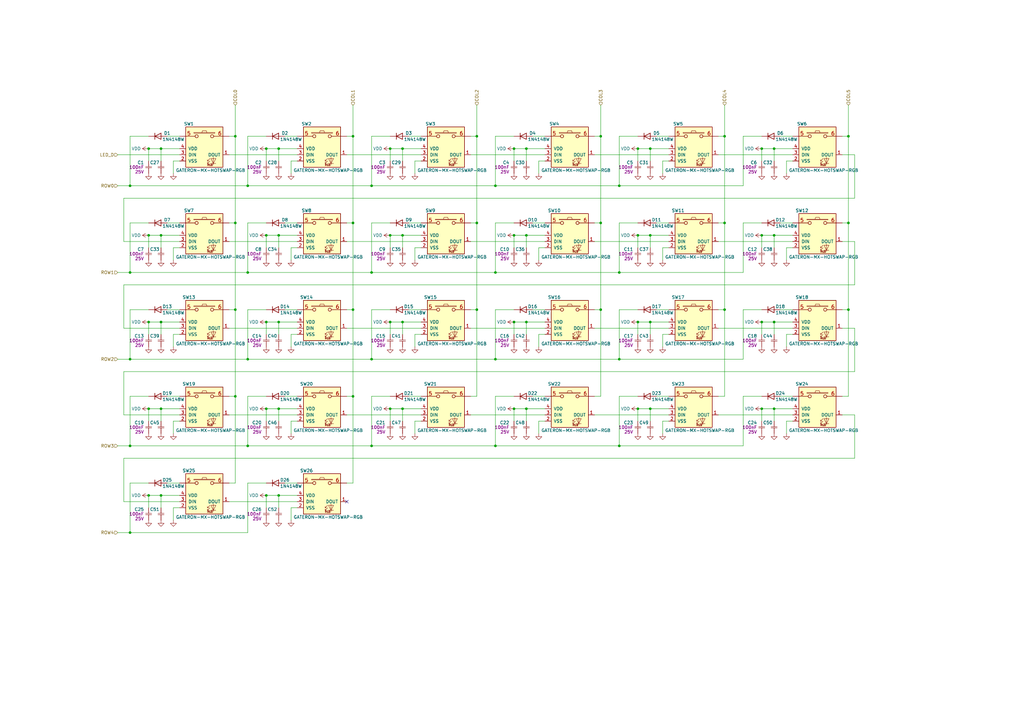
<source format=kicad_sch>
(kicad_sch (version 20230121) (generator eeschema)
  (paper "A3")
  (junction (at 261.62 132.08))
  (junction (at 66.04 96.52))
  (junction (at 203.2 182.88))
  (junction (at 66.04 203.2))
  (junction (at 144.78 91.44))
  (junction (at 114.3 96.52))
  (junction (at 160.02 167.64))
  (junction (at 297.18 55.88))
  (junction (at 261.62 60.96))
  (junction (at 210.82 96.52))
  (junction (at 66.04 132.08))
  (junction (at 317.5 96.52))
  (junction (at 101.6 111.76))
  (junction (at 109.22 96.52))
  (junction (at 60.96 132.08))
  (junction (at 96.52 127))
  (junction (at 66.04 167.64))
  (junction (at 165.1 60.96))
  (junction (at 195.58 55.88))
  (junction (at 101.6 182.88))
  (junction (at 152.4 111.76))
  (junction (at 215.9 60.96))
  (junction (at 165.1 132.08))
  (junction (at 317.5 132.08))
  (junction (at 317.5 60.96))
  (junction (at 152.4 147.32))
  (junction (at 203.2 147.32))
  (junction (at 215.9 167.64))
  (junction (at 160.02 60.96))
  (junction (at 60.96 203.2))
  (junction (at 254 147.32))
  (junction (at 312.42 96.52))
  (junction (at 261.62 96.52))
  (junction (at 203.2 76.2))
  (junction (at 53.34 76.2))
  (junction (at 96.52 91.44))
  (junction (at 254 76.2))
  (junction (at 109.22 167.64))
  (junction (at 210.82 132.08))
  (junction (at 266.7 167.64))
  (junction (at 195.58 91.44))
  (junction (at 114.3 132.08))
  (junction (at 266.7 96.52))
  (junction (at 254 111.76))
  (junction (at 114.3 60.96))
  (junction (at 144.78 55.88))
  (junction (at 246.38 55.88))
  (junction (at 246.38 91.44))
  (junction (at 160.02 132.08))
  (junction (at 312.42 167.64))
  (junction (at 254 182.88))
  (junction (at 160.02 96.52))
  (junction (at 347.98 91.44))
  (junction (at 261.62 167.64))
  (junction (at 144.78 162.56))
  (junction (at 152.4 182.88))
  (junction (at 109.22 60.96))
  (junction (at 215.9 96.52))
  (junction (at 312.42 60.96))
  (junction (at 165.1 96.52))
  (junction (at 66.04 60.96))
  (junction (at 101.6 147.32))
  (junction (at 203.2 111.76))
  (junction (at 60.96 60.96))
  (junction (at 317.5 167.64))
  (junction (at 297.18 127))
  (junction (at 114.3 203.2))
  (junction (at 195.58 127))
  (junction (at 53.34 111.76))
  (junction (at 96.52 55.88))
  (junction (at 53.34 182.88))
  (junction (at 215.9 132.08))
  (junction (at 152.4 76.2))
  (junction (at 210.82 167.64))
  (junction (at 347.98 55.88))
  (junction (at 96.52 162.56))
  (junction (at 165.1 167.64))
  (junction (at 53.34 147.32))
  (junction (at 266.7 132.08))
  (junction (at 246.38 127))
  (junction (at 114.3 167.64))
  (junction (at 266.7 60.96))
  (junction (at 53.34 218.44))
  (junction (at 144.78 127))
  (junction (at 60.96 167.64))
  (junction (at 297.18 91.44))
  (junction (at 312.42 132.08))
  (junction (at 60.96 96.52))
  (junction (at 101.6 76.2))
  (junction (at 109.22 132.08))
  (junction (at 347.98 127))
  (junction (at 210.82 60.96))
  (junction (at 109.22 203.2))
  (no_connect (at 142.24 205.74))
  (wire (pts (xy 350.52 134.62) (xy 350.52 152.4)))
  (wire (pts (xy 345.44 134.62) (xy 350.52 134.62)))
  (wire (pts (xy 322.58 106.68) (xy 322.58 101.6)))
  (wire (pts (xy 66.04 203.2) (xy 66.04 208.28)))
  (wire (pts (xy 109.22 132.08) (xy 114.3 132.08)))
  (wire (pts (xy 60.96 162.56) (xy 53.34 162.56)))
  (wire (pts (xy 195.58 127) (xy 195.58 162.56)))
  (wire (pts (xy 144.78 55.88) (xy 144.78 91.44)))
  (wire (pts (xy 261.62 167.64) (xy 261.62 172.72)))
  (wire (pts (xy 317.5 96.52) (xy 317.5 101.6)))
  (wire (pts (xy 53.34 147.32) (xy 101.6 147.32)))
  (wire (pts (xy 210.82 132.08) (xy 210.82 137.16)))
  (wire (pts (xy 116.84 127) (xy 121.92 127)))
  (wire (pts (xy 170.18 172.72) (xy 172.72 172.72)))
  (wire (pts (xy 210.82 60.96) (xy 215.9 60.96)))
  (wire (pts (xy 101.6 76.2) (xy 152.4 76.2)))
  (wire (pts (xy 266.7 96.52) (xy 274.32 96.52)))
  (wire (pts (xy 193.04 91.44) (xy 195.58 91.44)))
  (wire (pts (xy 53.34 91.44) (xy 53.34 111.76)))
  (wire (pts (xy 218.44 162.56) (xy 223.52 162.56)))
  (wire (pts (xy 165.1 167.64) (xy 172.72 167.64)))
  (wire (pts (xy 297.18 127) (xy 297.18 162.56)))
  (wire (pts (xy 53.34 162.56) (xy 53.34 182.88)))
  (wire (pts (xy 210.82 167.64) (xy 210.82 172.72)))
  (wire (pts (xy 66.04 167.64) (xy 66.04 172.72)))
  (wire (pts (xy 50.8 187.96) (xy 50.8 205.74)))
  (wire (pts (xy 114.3 203.2) (xy 114.3 208.28)))
  (wire (pts (xy 317.5 167.64) (xy 325.12 167.64)))
  (wire (pts (xy 60.96 132.08) (xy 66.04 132.08)))
  (wire (pts (xy 160.02 132.08) (xy 165.1 132.08)))
  (wire (pts (xy 160.02 60.96) (xy 160.02 66.04)))
  (wire (pts (xy 53.34 198.12) (xy 53.34 218.44)))
  (wire (pts (xy 66.04 132.08) (xy 66.04 137.16)))
  (wire (pts (xy 320.04 91.44) (xy 325.12 91.44)))
  (wire (pts (xy 269.24 91.44) (xy 274.32 91.44)))
  (wire (pts (xy 109.22 91.44) (xy 101.6 91.44)))
  (wire (pts (xy 71.12 208.28) (xy 73.66 208.28)))
  (wire (pts (xy 101.6 147.32) (xy 152.4 147.32)))
  (wire (pts (xy 142.24 127) (xy 144.78 127)))
  (wire (pts (xy 116.84 55.88) (xy 121.92 55.88)))
  (wire (pts (xy 101.6 55.88) (xy 101.6 76.2)))
  (wire (pts (xy 210.82 91.44) (xy 203.2 91.44)))
  (wire (pts (xy 142.24 134.62) (xy 172.72 134.62)))
  (wire (pts (xy 218.44 55.88) (xy 223.52 55.88)))
  (wire (pts (xy 71.12 66.04) (xy 73.66 66.04)))
  (wire (pts (xy 243.84 162.56) (xy 246.38 162.56)))
  (wire (pts (xy 114.3 96.52) (xy 114.3 101.6)))
  (wire (pts (xy 350.52 187.96) (xy 50.8 187.96)))
  (wire (pts (xy 53.34 76.2) (xy 101.6 76.2)))
  (wire (pts (xy 60.96 127) (xy 53.34 127)))
  (wire (pts (xy 48.26 182.88) (xy 53.34 182.88)))
  (wire (pts (xy 203.2 55.88) (xy 203.2 76.2)))
  (wire (pts (xy 261.62 91.44) (xy 254 91.44)))
  (wire (pts (xy 93.98 99.06) (xy 121.92 99.06)))
  (wire (pts (xy 317.5 60.96) (xy 325.12 60.96)))
  (wire (pts (xy 101.6 198.12) (xy 101.6 218.44)))
  (wire (pts (xy 160.02 127) (xy 152.4 127)))
  (wire (pts (xy 271.78 106.68) (xy 271.78 101.6)))
  (wire (pts (xy 345.44 162.56) (xy 347.98 162.56)))
  (wire (pts (xy 66.04 167.64) (xy 73.66 167.64)))
  (wire (pts (xy 203.2 76.2) (xy 254 76.2)))
  (wire (pts (xy 210.82 96.52) (xy 210.82 101.6)))
  (wire (pts (xy 144.78 91.44) (xy 144.78 127)))
  (wire (pts (xy 210.82 167.64) (xy 215.9 167.64)))
  (wire (pts (xy 294.64 55.88) (xy 297.18 55.88)))
  (wire (pts (xy 261.62 96.52) (xy 266.7 96.52)))
  (wire (pts (xy 322.58 142.24) (xy 322.58 137.16)))
  (wire (pts (xy 218.44 127) (xy 223.52 127)))
  (wire (pts (xy 218.44 91.44) (xy 223.52 91.44)))
  (wire (pts (xy 152.4 162.56) (xy 152.4 182.88)))
  (wire (pts (xy 114.3 60.96) (xy 114.3 66.04)))
  (wire (pts (xy 195.58 43.18) (xy 195.58 55.88)))
  (wire (pts (xy 254 182.88) (xy 304.8 182.88)))
  (wire (pts (xy 66.04 132.08) (xy 73.66 132.08)))
  (wire (pts (xy 165.1 60.96) (xy 172.72 60.96)))
  (wire (pts (xy 114.3 96.52) (xy 121.92 96.52)))
  (wire (pts (xy 193.04 170.18) (xy 223.52 170.18)))
  (wire (pts (xy 96.52 127) (xy 96.52 162.56)))
  (wire (pts (xy 142.24 170.18) (xy 172.72 170.18)))
  (wire (pts (xy 243.84 134.62) (xy 274.32 134.62)))
  (wire (pts (xy 254 91.44) (xy 254 111.76)))
  (wire (pts (xy 71.12 106.68) (xy 71.12 101.6)))
  (wire (pts (xy 160.02 96.52) (xy 160.02 101.6)))
  (wire (pts (xy 243.84 55.88) (xy 246.38 55.88)))
  (wire (pts (xy 119.38 142.24) (xy 119.38 137.16)))
  (wire (pts (xy 350.52 116.84) (xy 50.8 116.84)))
  (wire (pts (xy 317.5 96.52) (xy 325.12 96.52)))
  (wire (pts (xy 254 111.76) (xy 304.8 111.76)))
  (wire (pts (xy 347.98 91.44) (xy 347.98 127)))
  (wire (pts (xy 193.04 162.56) (xy 195.58 162.56)))
  (wire (pts (xy 119.38 106.68) (xy 119.38 101.6)))
  (wire (pts (xy 294.64 63.5) (xy 325.12 63.5)))
  (wire (pts (xy 269.24 127) (xy 274.32 127)))
  (wire (pts (xy 71.12 137.16) (xy 73.66 137.16)))
  (wire (pts (xy 60.96 167.64) (xy 60.96 172.72)))
  (wire (pts (xy 60.96 55.88) (xy 53.34 55.88)))
  (wire (pts (xy 261.62 60.96) (xy 266.7 60.96)))
  (wire (pts (xy 167.64 127) (xy 172.72 127)))
  (wire (pts (xy 101.6 162.56) (xy 101.6 182.88)))
  (wire (pts (xy 119.38 208.28) (xy 121.92 208.28)))
  (wire (pts (xy 243.84 127) (xy 246.38 127)))
  (wire (pts (xy 243.84 91.44) (xy 246.38 91.44)))
  (wire (pts (xy 48.26 218.44) (xy 53.34 218.44)))
  (wire (pts (xy 165.1 132.08) (xy 165.1 137.16)))
  (wire (pts (xy 203.2 182.88) (xy 254 182.88)))
  (wire (pts (xy 322.58 172.72) (xy 325.12 172.72)))
  (wire (pts (xy 266.7 60.96) (xy 266.7 66.04)))
  (wire (pts (xy 266.7 132.08) (xy 274.32 132.08)))
  (wire (pts (xy 297.18 55.88) (xy 297.18 91.44)))
  (wire (pts (xy 312.42 127) (xy 304.8 127)))
  (wire (pts (xy 345.44 127) (xy 347.98 127)))
  (wire (pts (xy 312.42 132.08) (xy 312.42 137.16)))
  (wire (pts (xy 203.2 91.44) (xy 203.2 111.76)))
  (wire (pts (xy 312.42 55.88) (xy 304.8 55.88)))
  (wire (pts (xy 243.84 170.18) (xy 274.32 170.18)))
  (wire (pts (xy 271.78 137.16) (xy 274.32 137.16)))
  (wire (pts (xy 297.18 91.44) (xy 297.18 127)))
  (wire (pts (xy 294.64 127) (xy 297.18 127)))
  (wire (pts (xy 142.24 63.5) (xy 172.72 63.5)))
  (wire (pts (xy 142.24 162.56) (xy 144.78 162.56)))
  (wire (pts (xy 193.04 63.5) (xy 223.52 63.5)))
  (wire (pts (xy 71.12 172.72) (xy 73.66 172.72)))
  (wire (pts (xy 114.3 132.08) (xy 121.92 132.08)))
  (wire (pts (xy 53.34 182.88) (xy 101.6 182.88)))
  (wire (pts (xy 210.82 162.56) (xy 203.2 162.56)))
  (wire (pts (xy 317.5 60.96) (xy 317.5 66.04)))
  (wire (pts (xy 261.62 96.52) (xy 261.62 101.6)))
  (wire (pts (xy 93.98 170.18) (xy 121.92 170.18)))
  (wire (pts (xy 170.18 106.68) (xy 170.18 101.6)))
  (wire (pts (xy 297.18 43.18) (xy 297.18 55.88)))
  (wire (pts (xy 322.58 101.6) (xy 325.12 101.6)))
  (wire (pts (xy 312.42 96.52) (xy 312.42 101.6)))
  (wire (pts (xy 320.04 55.88) (xy 325.12 55.88)))
  (wire (pts (xy 48.26 76.2) (xy 53.34 76.2)))
  (wire (pts (xy 68.58 162.56) (xy 73.66 162.56)))
  (wire (pts (xy 294.64 91.44) (xy 297.18 91.44)))
  (wire (pts (xy 114.3 60.96) (xy 121.92 60.96)))
  (wire (pts (xy 160.02 167.64) (xy 160.02 172.72)))
  (wire (pts (xy 261.62 127) (xy 254 127)))
  (wire (pts (xy 210.82 127) (xy 203.2 127)))
  (wire (pts (xy 261.62 132.08) (xy 266.7 132.08)))
  (wire (pts (xy 312.42 96.52) (xy 317.5 96.52)))
  (wire (pts (xy 101.6 127) (xy 101.6 147.32)))
  (wire (pts (xy 220.98 101.6) (xy 223.52 101.6)))
  (wire (pts (xy 312.42 132.08) (xy 317.5 132.08)))
  (wire (pts (xy 60.96 91.44) (xy 53.34 91.44)))
  (wire (pts (xy 320.04 162.56) (xy 325.12 162.56)))
  (wire (pts (xy 93.98 205.74) (xy 121.92 205.74)))
  (wire (pts (xy 116.84 162.56) (xy 121.92 162.56)))
  (wire (pts (xy 210.82 60.96) (xy 210.82 66.04)))
  (wire (pts (xy 261.62 132.08) (xy 261.62 137.16)))
  (wire (pts (xy 160.02 55.88) (xy 152.4 55.88)))
  (wire (pts (xy 53.34 127) (xy 53.34 147.32)))
  (wire (pts (xy 96.52 91.44) (xy 96.52 127)))
  (wire (pts (xy 109.22 167.64) (xy 109.22 172.72)))
  (wire (pts (xy 152.4 147.32) (xy 203.2 147.32)))
  (wire (pts (xy 119.38 137.16) (xy 121.92 137.16)))
  (wire (pts (xy 294.64 170.18) (xy 325.12 170.18)))
  (wire (pts (xy 93.98 127) (xy 96.52 127)))
  (wire (pts (xy 109.22 96.52) (xy 109.22 101.6)))
  (wire (pts (xy 60.96 198.12) (xy 53.34 198.12)))
  (wire (pts (xy 96.52 162.56) (xy 96.52 198.12)))
  (wire (pts (xy 220.98 71.12) (xy 220.98 66.04)))
  (wire (pts (xy 48.26 63.5) (xy 73.66 63.5)))
  (wire (pts (xy 294.64 162.56) (xy 297.18 162.56)))
  (wire (pts (xy 152.4 55.88) (xy 152.4 76.2)))
  (wire (pts (xy 66.04 60.96) (xy 66.04 66.04)))
  (wire (pts (xy 195.58 91.44) (xy 195.58 127)))
  (wire (pts (xy 109.22 198.12) (xy 101.6 198.12)))
  (wire (pts (xy 271.78 101.6) (xy 274.32 101.6)))
  (wire (pts (xy 215.9 60.96) (xy 223.52 60.96)))
  (wire (pts (xy 317.5 132.08) (xy 317.5 137.16)))
  (wire (pts (xy 266.7 96.52) (xy 266.7 101.6)))
  (wire (pts (xy 317.5 132.08) (xy 325.12 132.08)))
  (wire (pts (xy 170.18 101.6) (xy 172.72 101.6)))
  (wire (pts (xy 322.58 66.04) (xy 325.12 66.04)))
  (wire (pts (xy 48.26 147.32) (xy 53.34 147.32)))
  (wire (pts (xy 261.62 60.96) (xy 261.62 66.04)))
  (wire (pts (xy 119.38 101.6) (xy 121.92 101.6)))
  (wire (pts (xy 60.96 96.52) (xy 66.04 96.52)))
  (wire (pts (xy 109.22 96.52) (xy 114.3 96.52)))
  (wire (pts (xy 266.7 167.64) (xy 274.32 167.64)))
  (wire (pts (xy 350.52 152.4) (xy 50.8 152.4)))
  (wire (pts (xy 345.44 99.06) (xy 350.52 99.06)))
  (wire (pts (xy 312.42 167.64) (xy 312.42 172.72)))
  (wire (pts (xy 220.98 66.04) (xy 223.52 66.04)))
  (wire (pts (xy 261.62 55.88) (xy 254 55.88)))
  (wire (pts (xy 193.04 127) (xy 195.58 127)))
  (wire (pts (xy 350.52 99.06) (xy 350.52 116.84)))
  (wire (pts (xy 271.78 142.24) (xy 271.78 137.16)))
  (wire (pts (xy 347.98 55.88) (xy 347.98 91.44)))
  (wire (pts (xy 203.2 162.56) (xy 203.2 182.88)))
  (wire (pts (xy 266.7 132.08) (xy 266.7 137.16)))
  (wire (pts (xy 312.42 167.64) (xy 317.5 167.64)))
  (wire (pts (xy 294.64 134.62) (xy 325.12 134.62)))
  (wire (pts (xy 165.1 60.96) (xy 165.1 66.04)))
  (wire (pts (xy 66.04 203.2) (xy 73.66 203.2)))
  (wire (pts (xy 304.8 127) (xy 304.8 147.32)))
  (wire (pts (xy 210.82 55.88) (xy 203.2 55.88)))
  (wire (pts (xy 215.9 132.08) (xy 215.9 137.16)))
  (wire (pts (xy 304.8 162.56) (xy 304.8 182.88)))
  (wire (pts (xy 68.58 127) (xy 73.66 127)))
  (wire (pts (xy 101.6 91.44) (xy 101.6 111.76)))
  (wire (pts (xy 93.98 198.12) (xy 96.52 198.12)))
  (wire (pts (xy 165.1 96.52) (xy 165.1 101.6)))
  (wire (pts (xy 215.9 132.08) (xy 223.52 132.08)))
  (wire (pts (xy 152.4 182.88) (xy 203.2 182.88)))
  (wire (pts (xy 71.12 177.8) (xy 71.12 172.72)))
  (wire (pts (xy 304.8 91.44) (xy 304.8 111.76)))
  (wire (pts (xy 50.8 170.18) (xy 73.66 170.18)))
  (wire (pts (xy 114.3 132.08) (xy 114.3 137.16)))
  (wire (pts (xy 109.22 203.2) (xy 114.3 203.2)))
  (wire (pts (xy 114.3 167.64) (xy 121.92 167.64)))
  (wire (pts (xy 144.78 127) (xy 144.78 162.56)))
  (wire (pts (xy 170.18 71.12) (xy 170.18 66.04)))
  (wire (pts (xy 246.38 91.44) (xy 246.38 127)))
  (wire (pts (xy 322.58 137.16) (xy 325.12 137.16)))
  (wire (pts (xy 254 76.2) (xy 304.8 76.2)))
  (wire (pts (xy 93.98 55.88) (xy 96.52 55.88)))
  (wire (pts (xy 350.52 81.28) (xy 50.8 81.28)))
  (wire (pts (xy 170.18 142.24) (xy 170.18 137.16)))
  (wire (pts (xy 266.7 60.96) (xy 274.32 60.96)))
  (wire (pts (xy 243.84 63.5) (xy 274.32 63.5)))
  (wire (pts (xy 50.8 116.84) (xy 50.8 134.62)))
  (wire (pts (xy 142.24 91.44) (xy 144.78 91.44)))
  (wire (pts (xy 254 127) (xy 254 147.32)))
  (wire (pts (xy 144.78 43.18) (xy 144.78 55.88)))
  (wire (pts (xy 170.18 137.16) (xy 172.72 137.16)))
  (wire (pts (xy 68.58 91.44) (xy 73.66 91.44)))
  (wire (pts (xy 68.58 55.88) (xy 73.66 55.88)))
  (wire (pts (xy 152.4 111.76) (xy 203.2 111.76)))
  (wire (pts (xy 114.3 203.2) (xy 121.92 203.2)))
  (wire (pts (xy 142.24 55.88) (xy 144.78 55.88)))
  (wire (pts (xy 261.62 162.56) (xy 254 162.56)))
  (wire (pts (xy 254 55.88) (xy 254 76.2)))
  (wire (pts (xy 66.04 96.52) (xy 66.04 101.6)))
  (wire (pts (xy 50.8 99.06) (xy 73.66 99.06)))
  (wire (pts (xy 215.9 96.52) (xy 223.52 96.52)))
  (wire (pts (xy 312.42 91.44) (xy 304.8 91.44)))
  (wire (pts (xy 203.2 111.76) (xy 254 111.76)))
  (wire (pts (xy 350.52 170.18) (xy 350.52 187.96)))
  (wire (pts (xy 96.52 43.18) (xy 96.52 55.88)))
  (wire (pts (xy 304.8 55.88) (xy 304.8 76.2)))
  (wire (pts (xy 317.5 167.64) (xy 317.5 172.72)))
  (wire (pts (xy 53.34 55.88) (xy 53.34 76.2)))
  (wire (pts (xy 203.2 147.32) (xy 254 147.32)))
  (wire (pts (xy 109.22 167.64) (xy 114.3 167.64)))
  (wire (pts (xy 60.96 203.2) (xy 66.04 203.2)))
  (wire (pts (xy 119.38 66.04) (xy 121.92 66.04)))
  (wire (pts (xy 96.52 55.88) (xy 96.52 91.44)))
  (wire (pts (xy 322.58 71.12) (xy 322.58 66.04)))
  (wire (pts (xy 266.7 167.64) (xy 266.7 172.72)))
  (wire (pts (xy 294.64 99.06) (xy 325.12 99.06)))
  (wire (pts (xy 261.62 167.64) (xy 266.7 167.64)))
  (wire (pts (xy 210.82 132.08) (xy 215.9 132.08)))
  (wire (pts (xy 68.58 198.12) (xy 73.66 198.12)))
  (wire (pts (xy 195.58 55.88) (xy 195.58 91.44)))
  (wire (pts (xy 152.4 127) (xy 152.4 147.32)))
  (wire (pts (xy 109.22 127) (xy 101.6 127)))
  (wire (pts (xy 53.34 218.44) (xy 101.6 218.44)))
  (wire (pts (xy 116.84 91.44) (xy 121.92 91.44)))
  (wire (pts (xy 60.96 203.2) (xy 60.96 208.28)))
  (wire (pts (xy 243.84 99.06) (xy 274.32 99.06)))
  (wire (pts (xy 193.04 134.62) (xy 223.52 134.62)))
  (wire (pts (xy 142.24 99.06) (xy 172.72 99.06)))
  (wire (pts (xy 71.12 101.6) (xy 73.66 101.6)))
  (wire (pts (xy 142.24 198.12) (xy 144.78 198.12)))
  (wire (pts (xy 271.78 71.12) (xy 271.78 66.04)))
  (wire (pts (xy 271.78 177.8) (xy 271.78 172.72)))
  (wire (pts (xy 215.9 167.64) (xy 215.9 172.72)))
  (wire (pts (xy 215.9 167.64) (xy 223.52 167.64)))
  (wire (pts (xy 71.12 213.36) (xy 71.12 208.28)))
  (wire (pts (xy 71.12 142.24) (xy 71.12 137.16)))
  (wire (pts (xy 160.02 60.96) (xy 165.1 60.96)))
  (wire (pts (xy 50.8 152.4) (xy 50.8 170.18)))
  (wire (pts (xy 60.96 60.96) (xy 66.04 60.96)))
  (wire (pts (xy 93.98 134.62) (xy 121.92 134.62)))
  (wire (pts (xy 345.44 170.18) (xy 350.52 170.18)))
  (wire (pts (xy 203.2 127) (xy 203.2 147.32)))
  (wire (pts (xy 119.38 213.36) (xy 119.38 208.28)))
  (wire (pts (xy 119.38 172.72) (xy 121.92 172.72)))
  (wire (pts (xy 347.98 43.18) (xy 347.98 55.88)))
  (wire (pts (xy 160.02 167.64) (xy 165.1 167.64)))
  (wire (pts (xy 246.38 55.88) (xy 246.38 91.44)))
  (wire (pts (xy 101.6 182.88) (xy 152.4 182.88)))
  (wire (pts (xy 167.64 91.44) (xy 172.72 91.44)))
  (wire (pts (xy 48.26 111.76) (xy 53.34 111.76)))
  (wire (pts (xy 246.38 43.18) (xy 246.38 55.88)))
  (wire (pts (xy 193.04 55.88) (xy 195.58 55.88)))
  (wire (pts (xy 109.22 203.2) (xy 109.22 208.28)))
  (wire (pts (xy 350.52 63.5) (xy 350.52 81.28)))
  (wire (pts (xy 165.1 96.52) (xy 172.72 96.52)))
  (wire (pts (xy 160.02 96.52) (xy 165.1 96.52)))
  (wire (pts (xy 50.8 134.62) (xy 73.66 134.62)))
  (wire (pts (xy 193.04 99.06) (xy 223.52 99.06)))
  (wire (pts (xy 165.1 132.08) (xy 172.72 132.08)))
  (wire (pts (xy 60.96 96.52) (xy 60.96 101.6)))
  (wire (pts (xy 220.98 142.24) (xy 220.98 137.16)))
  (wire (pts (xy 220.98 137.16) (xy 223.52 137.16)))
  (wire (pts (xy 269.24 55.88) (xy 274.32 55.88)))
  (wire (pts (xy 60.96 132.08) (xy 60.96 137.16)))
  (wire (pts (xy 347.98 127) (xy 347.98 162.56)))
  (wire (pts (xy 220.98 106.68) (xy 220.98 101.6)))
  (wire (pts (xy 109.22 60.96) (xy 109.22 66.04)))
  (wire (pts (xy 271.78 66.04) (xy 274.32 66.04)))
  (wire (pts (xy 170.18 66.04) (xy 172.72 66.04)))
  (wire (pts (xy 215.9 60.96) (xy 215.9 66.04)))
  (wire (pts (xy 114.3 167.64) (xy 114.3 172.72)))
  (wire (pts (xy 167.64 55.88) (xy 172.72 55.88)))
  (wire (pts (xy 220.98 177.8) (xy 220.98 172.72)))
  (wire (pts (xy 60.96 167.64) (xy 66.04 167.64)))
  (wire (pts (xy 66.04 96.52) (xy 73.66 96.52)))
  (wire (pts (xy 167.64 162.56) (xy 172.72 162.56)))
  (wire (pts (xy 66.04 60.96) (xy 73.66 60.96)))
  (wire (pts (xy 246.38 127) (xy 246.38 162.56)))
  (wire (pts (xy 254 162.56) (xy 254 182.88)))
  (wire (pts (xy 71.12 71.12) (xy 71.12 66.04)))
  (wire (pts (xy 220.98 172.72) (xy 223.52 172.72)))
  (wire (pts (xy 312.42 60.96) (xy 312.42 66.04)))
  (wire (pts (xy 165.1 167.64) (xy 165.1 172.72)))
  (wire (pts (xy 345.44 55.88) (xy 347.98 55.88)))
  (wire (pts (xy 254 147.32) (xy 304.8 147.32)))
  (wire (pts (xy 109.22 60.96) (xy 114.3 60.96)))
  (wire (pts (xy 93.98 63.5) (xy 121.92 63.5)))
  (wire (pts (xy 60.96 60.96) (xy 60.96 66.04)))
  (wire (pts (xy 312.42 60.96) (xy 317.5 60.96)))
  (wire (pts (xy 152.4 76.2) (xy 203.2 76.2)))
  (wire (pts (xy 160.02 162.56) (xy 152.4 162.56)))
  (wire (pts (xy 320.04 127) (xy 325.12 127)))
  (wire (pts (xy 160.02 91.44) (xy 152.4 91.44)))
  (wire (pts (xy 312.42 162.56) (xy 304.8 162.56)))
  (wire (pts (xy 109.22 162.56) (xy 101.6 162.56)))
  (wire (pts (xy 53.34 111.76) (xy 101.6 111.76)))
  (wire (pts (xy 109.22 132.08) (xy 109.22 137.16)))
  (wire (pts (xy 116.84 198.12) (xy 121.92 198.12)))
  (wire (pts (xy 271.78 172.72) (xy 274.32 172.72)))
  (wire (pts (xy 160.02 132.08) (xy 160.02 137.16)))
  (wire (pts (xy 322.58 177.8) (xy 322.58 172.72)))
  (wire (pts (xy 170.18 177.8) (xy 170.18 172.72)))
  (wire (pts (xy 119.38 71.12) (xy 119.38 66.04)))
  (wire (pts (xy 144.78 162.56) (xy 144.78 198.12)))
  (wire (pts (xy 109.22 55.88) (xy 101.6 55.88)))
  (wire (pts (xy 50.8 81.28) (xy 50.8 99.06)))
  (wire (pts (xy 50.8 205.74) (xy 73.66 205.74)))
  (wire (pts (xy 93.98 162.56) (xy 96.52 162.56)))
  (wire (pts (xy 345.44 63.5) (xy 350.52 63.5)))
  (wire (pts (xy 152.4 91.44) (xy 152.4 111.76)))
  (wire (pts (xy 101.6 111.76) (xy 152.4 111.76)))
  (wire (pts (xy 215.9 96.52) (xy 215.9 101.6)))
  (wire (pts (xy 93.98 91.44) (xy 96.52 91.44)))
  (wire (pts (xy 269.24 162.56) (xy 274.32 162.56)))
  (wire (pts (xy 119.38 177.8) (xy 119.38 172.72)))
  (wire (pts (xy 345.44 91.44) (xy 347.98 91.44)))
  (wire (pts (xy 210.82 96.52) (xy 215.9 96.52)))
  (hierarchical_label "LED_D" (shape input) (at 48.26 63.5 180))
  (hierarchical_label "ROW3" (shape input) (at 48.26 182.88 180))
  (hierarchical_label "ROW4" (shape input) (at 48.26 218.44 180))
  (hierarchical_label "COL3" (shape input) (at 246.38 43.18 90))
  (hierarchical_label "COL1" (shape input) (at 144.78 43.18 90))
  (hierarchical_label "ROW2" (shape input) (at 48.26 147.32 180))
  (hierarchical_label "COL0" (shape input) (at 96.52 43.18 90))
  (hierarchical_label "ROW1" (shape input) (at 48.26 111.76 180))
  (hierarchical_label "ROW0" (shape input) (at 48.26 76.2 180))
  (hierarchical_label "COL5" (shape input) (at 347.98 43.18 90))
  (hierarchical_label "COL2" (shape input) (at 195.58 43.18 90))
  (hierarchical_label "COL4" (shape input) (at 297.18 43.18 90))
  (symbol (lib_id "CAP-SMD-25V:100nF-CER-25V-0603") (at 210.82 175.26 180) (unit 1)
    (property "Reference" "C22" (at 208.915 173.355 0) (effects (justify left)))
    (property "Value" "${SIM.PARAMS}" (effects hide))
    (property "Footprint" "Capacitor_SMD:C_0402_1005Metric" (effects hide))
    (property "Capacitance" "100nF" (at 208.915 175.26 0) (effects (justify left)))
    (property "Voltage" "25V" (at 208.915 177.165 0) (effects (justify left)))
    (property "Tolerance" "10%" (effects hide))
    (property "Sim.Device" "C" (effects hide))
    (property "Sim.Type" "=" (effects hide))
    (property "Sim.Params" "c=100n" (effects hide))
    (property "Sim.Pins" "1=+ 2=-" (effects hide))
  )
  (symbol (lib_id "CAP-SMD-25V:100nF-CER-25V-0603") (at 60.96 139.7 180) (unit 1)
    (property "Reference" "C13" (at 59.055 137.795 0) (effects (justify left)))
    (property "Value" "${SIM.PARAMS}" (effects hide))
    (property "Footprint" "Capacitor_SMD:C_0402_1005Metric" (effects hide))
    (property "Capacitance" "100nF" (at 59.055 139.7 0) (effects (justify left)))
    (property "Voltage" "25V" (at 59.055 141.605 0) (effects (justify left)))
    (property "Tolerance" "10%" (effects hide))
    (property "Sim.Device" "C" (effects hide))
    (property "Sim.Type" "=" (effects hide))
    (property "Sim.Params" "c=100n" (effects hide))
    (property "Sim.Pins" "1=+ 2=-" (effects hide))
  )
  (symbol (lib_id "power:GND") (at 215.9 142.24 0) (unit 1)
    (property "Reference" "#PWR095" (effects hide))
    (property "Value" "GND" (effects hide))
  )
  (symbol (lib_id "power:GND") (at 317.5 177.8 0) (unit 1)
    (property "Reference" "#PWR0103" (effects hide))
    (property "Value" "GND" (effects hide))
  )
  (symbol (lib_id "CAP-SMD-25V:100nF-CER-25V-0603") (at 261.62 139.7 180) (unit 1)
    (property "Reference" "C17" (at 259.715 137.795 0) (effects (justify left)))
    (property "Value" "${SIM.PARAMS}" (effects hide))
    (property "Footprint" "Capacitor_SMD:C_0402_1005Metric" (effects hide))
    (property "Capacitance" "100nF" (at 259.715 139.7 0) (effects (justify left)))
    (property "Voltage" "25V" (at 259.715 141.605 0) (effects (justify left)))
    (property "Tolerance" "10%" (effects hide))
    (property "Sim.Device" "C" (effects hide))
    (property "Sim.Type" "=" (effects hide))
    (property "Sim.Params" "c=100n" (effects hide))
    (property "Sim.Pins" "1=+ 2=-" (effects hide))
  )
  (symbol (lib_id "power:GND") (at 312.42 106.68 0) (unit 1)
    (property "Reference" "#PWR035" (effects hide))
    (property "Value" "GND" (effects hide))
  )
  (symbol (lib_id "CAP-SMD-25V:100nF-CER-25V-0603") (at 317.5 104.14 180) (unit 1)
    (property "Reference" "C38" (at 316.865 102.235 0) (effects (justify left)))
    (property "Value" "${SIM.PARAMS}" (effects hide))
    (property "Footprint" "Capacitor_SMD:C_0402_1005Metric" (effects hide))
    (property "Capacitance" "100nF" (effects hide))
    (property "Voltage" "25V" (effects hide))
    (property "Tolerance" "10%" (effects hide))
    (property "Sim.Device" "C" (effects hide))
    (property "Sim.Type" "=" (effects hide))
    (property "Sim.Params" "c=100n" (effects hide))
    (property "Sim.Pins" "1=+ 2=-" (effects hide))
  )
  (symbol (lib_id "power:GND") (at 60.96 106.68 0) (unit 1)
    (property "Reference" "#PWR020" (effects hide))
    (property "Value" "GND" (effects hide))
  )
  (symbol (lib_id "power:GND") (at 109.22 71.12 0) (unit 1)
    (property "Reference" "#PWR05" (effects hide))
    (property "Value" "GND" (effects hide))
  )
  (symbol (lib_id "Diode:1N4148W") (at 265.43 127 0) (unit 1)
    (property "Reference" "D17" (at 269.24 125.73 0))
    (property "Value" "1N4148W" (at 271.78 128.27 0))
    (property "Footprint" "Diode_SMD:D_SOD-123" (effects hide))
    (property "Datasheet" "https://www.vishay.com/docs/85748/1n4148w.pdf" (effects hide))
    (property "Sim.Device" "D" (effects hide))
    (property "Sim.Pins" "1=K 2=A" (effects hide))
  )
  (symbol (lib_id "power:GND") (at 165.1 142.24 0) (unit 1)
    (property "Reference" "#PWR094" (effects hide))
    (property "Value" "GND" (effects hide))
  )
  (symbol (lib_id "power:GND") (at 119.38 106.68 0) (unit 1)
    (property "Reference" "#PWR024" (effects hide))
    (property "Value" "GND" (effects hide))
  )
  (symbol (lib_id "CAP-SMD-25V:100nF-CER-25V-0603") (at 165.1 68.58 180) (unit 1)
    (property "Reference" "C29" (at 164.465 66.675 0) (effects (justify left)))
    (property "Value" "${SIM.PARAMS}" (effects hide))
    (property "Footprint" "Capacitor_SMD:C_0402_1005Metric" (effects hide))
    (property "Capacitance" "100nF" (effects hide))
    (property "Voltage" "25V" (effects hide))
    (property "Tolerance" "10%" (effects hide))
    (property "Sim.Device" "C" (effects hide))
    (property "Sim.Type" "=" (effects hide))
    (property "Sim.Params" "c=100n" (effects hide))
    (property "Sim.Pins" "1=+ 2=-" (effects hide))
  )
  (symbol (lib_id "power:VDD") (at 160.02 60.96 90) (unit 1)
    (property "Reference" "#PWR04" (effects hide))
    (property "Value" "VDD" (at 156.845 60.96 90) (effects (justify left)))
  )
  (symbol (lib_id "power:GND") (at 220.98 106.68 0) (unit 1)
    (property "Reference" "#PWR030" (effects hide))
    (property "Value" "GND" (effects hide))
  )
  (symbol (lib_id "power:VDD") (at 160.02 132.08 90) (unit 1)
    (property "Reference" "#PWR043" (effects hide))
    (property "Value" "VDD" (at 156.845 132.08 90) (effects (justify left)))
  )
  (symbol (lib_id "power:GND") (at 312.42 177.8 0) (unit 1)
    (property "Reference" "#PWR071" (effects hide))
    (property "Value" "GND" (effects hide))
  )
  (symbol (lib_id "power:GND") (at 322.58 71.12 0) (unit 1)
    (property "Reference" "#PWR018" (effects hide))
    (property "Value" "GND" (effects hide))
  )
  (symbol (lib_id "Diode:1N4148W") (at 316.23 162.56 0) (unit 1)
    (property "Reference" "D24" (at 320.04 161.29 0))
    (property "Value" "1N4148W" (at 322.58 163.83 0))
    (property "Footprint" "Diode_SMD:D_SOD-123" (effects hide))
    (property "Datasheet" "https://www.vishay.com/docs/85748/1n4148w.pdf" (effects hide))
    (property "Sim.Device" "D" (effects hide))
    (property "Sim.Pins" "1=K 2=A" (effects hide))
  )
  (symbol (lib_id "power:GND") (at 170.18 71.12 0) (unit 1)
    (property "Reference" "#PWR09" (effects hide))
    (property "Value" "GND" (effects hide))
  )
  (symbol (lib_id "power:GND") (at 210.82 71.12 0) (unit 1)
    (property "Reference" "#PWR011" (effects hide))
    (property "Value" "GND" (effects hide))
  )
  (symbol (lib_id "Diode:1N4148W") (at 163.83 55.88 0) (unit 1)
    (property "Reference" "D3" (at 167.64 54.61 0))
    (property "Value" "1N4148W" (at 170.18 57.15 0))
    (property "Footprint" "Diode_SMD:D_SOD-123" (effects hide))
    (property "Datasheet" "https://www.vishay.com/docs/85748/1n4148w.pdf" (effects hide))
    (property "Sim.Device" "D" (effects hide))
    (property "Sim.Pins" "1=K 2=A" (effects hide))
  )
  (symbol (lib_id "CAP-SMD-25V:100nF-CER-25V-0603") (at 215.9 104.14 180) (unit 1)
    (property "Reference" "C36" (at 215.265 102.235 0) (effects (justify left)))
    (property "Value" "${SIM.PARAMS}" (effects hide))
    (property "Footprint" "Capacitor_SMD:C_0402_1005Metric" (effects hide))
    (property "Capacitance" "100nF" (effects hide))
    (property "Voltage" "25V" (effects hide))
    (property "Tolerance" "10%" (effects hide))
    (property "Sim.Device" "C" (effects hide))
    (property "Sim.Type" "=" (effects hide))
    (property "Sim.Params" "c=100n" (effects hide))
    (property "Sim.Pins" "1=+ 2=-" (effects hide))
  )
  (symbol (lib_id "power:VDD") (at 109.22 203.2 90) (unit 1)
    (property "Reference" "#PWR076" (effects hide))
    (property "Value" "VDD" (at 106.045 203.2 90) (effects (justify left)))
  )
  (symbol (lib_id "power:GND") (at 71.12 213.36 0) (unit 1)
    (property "Reference" "#PWR075" (effects hide))
    (property "Value" "GND" (effects hide))
  )
  (symbol (lib_id "power:VDD") (at 312.42 96.52 90) (unit 1)
    (property "Reference" "#PWR034" (effects hide))
    (property "Value" "VDD" (at 309.245 96.52 90) (effects (justify left)))
  )
  (symbol (lib_id "power:GND") (at 66.04 177.8 0) (unit 1)
    (property "Reference" "#PWR098" (effects hide))
    (property "Value" "GND" (effects hide))
  )
  (symbol (lib_id "power:GND") (at 109.22 213.36 0) (unit 1)
    (property "Reference" "#PWR077" (effects hide))
    (property "Value" "GND" (effects hide))
  )
  (symbol (lib_id "SWITCH-THT-KB:GATERON-MX-HOTSWAP-RGB") (at 132.08 55.88 0) (unit 1)
    (property "Reference" "SW2" (at 125.73 50.8 0))
    (property "Value" "GATERON-MX-HOTSWAP-RGB" (at 134.62 69.85 0))
    (property "Footprint" "SWITCH-THT-MX:SWITCH-GATERON-LOW-HOT" (effects hide))
  )
  (symbol (lib_id "power:GND") (at 71.12 71.12 0) (unit 1)
    (property "Reference" "#PWR02" (effects hide))
    (property "Value" "GND" (effects hide))
  )
  (symbol (lib_id "Diode:1N4148W") (at 64.77 162.56 0) (unit 1)
    (property "Reference" "D19" (at 68.58 161.29 0))
    (property "Value" "1N4148W" (at 71.12 163.83 0))
    (property "Footprint" "Diode_SMD:D_SOD-123" (effects hide))
    (property "Datasheet" "https://www.vishay.com/docs/85748/1n4148w.pdf" (effects hide))
    (property "Sim.Device" "D" (effects hide))
    (property "Sim.Pins" "1=K 2=A" (effects hide))
  )
  (symbol (lib_id "SWITCH-THT-KB:GATERON-MX-HOTSWAP-RGB") (at 233.68 91.44 0) (unit 1)
    (property "Reference" "SW10" (at 227.33 86.36 0))
    (property "Value" "GATERON-MX-HOTSWAP-RGB" (at 236.22 105.41 0))
    (property "Footprint" "SWITCH-THT-MX:SWITCH-GATERON-LOW-HOT" (effects hide))
  )
  (symbol (lib_id "power:GND") (at 271.78 142.24 0) (unit 1)
    (property "Reference" "#PWR051" (effects hide))
    (property "Value" "GND" (effects hide))
  )
  (symbol (lib_id "power:GND") (at 109.22 177.8 0) (unit 1)
    (property "Reference" "#PWR059" (effects hide))
    (property "Value" "GND" (effects hide))
  )
  (symbol (lib_id "CAP-SMD-25V:100nF-CER-25V-0603") (at 317.5 175.26 180) (unit 1)
    (property "Reference" "C50" (at 316.865 173.355 0) (effects (justify left)))
    (property "Value" "${SIM.PARAMS}" (effects hide))
    (property "Footprint" "Capacitor_SMD:C_0402_1005Metric" (effects hide))
    (property "Capacitance" "100nF" (effects hide))
    (property "Voltage" "25V" (effects hide))
    (property "Tolerance" "10%" (effects hide))
    (property "Sim.Device" "C" (effects hide))
    (property "Sim.Type" "=" (effects hide))
    (property "Sim.Params" "c=100n" (effects hide))
    (property "Sim.Pins" "1=+ 2=-" (effects hide))
  )
  (symbol (lib_id "power:VDD") (at 109.22 60.96 90) (unit 1)
    (property "Reference" "#PWR03" (effects hide))
    (property "Value" "VDD" (at 106.045 60.96 90) (effects (justify left)))
  )
  (symbol (lib_id "CAP-SMD-25V:100nF-CER-25V-0603") (at 312.42 104.14 180) (unit 1)
    (property "Reference" "C12" (at 310.515 102.235 0) (effects (justify left)))
    (property "Value" "${SIM.PARAMS}" (effects hide))
    (property "Footprint" "Capacitor_SMD:C_0402_1005Metric" (effects hide))
    (property "Capacitance" "100nF" (at 310.515 104.14 0) (effects (justify left)))
    (property "Voltage" "25V" (at 310.515 106.045 0) (effects (justify left)))
    (property "Tolerance" "10%" (effects hide))
    (property "Sim.Device" "C" (effects hide))
    (property "Sim.Type" "=" (effects hide))
    (property "Sim.Params" "c=100n" (effects hide))
    (property "Sim.Pins" "1=+ 2=-" (effects hide))
  )
  (symbol (lib_id "Diode:1N4148W") (at 163.83 162.56 0) (unit 1)
    (property "Reference" "D21" (at 167.64 161.29 0))
    (property "Value" "1N4148W" (at 170.18 163.83 0))
    (property "Footprint" "Diode_SMD:D_SOD-123" (effects hide))
    (property "Datasheet" "https://www.vishay.com/docs/85748/1n4148w.pdf" (effects hide))
    (property "Sim.Device" "D" (effects hide))
    (property "Sim.Pins" "1=K 2=A" (effects hide))
  )
  (symbol (lib_id "CAP-SMD-25V:100nF-CER-25V-0603") (at 109.22 139.7 180) (unit 1)
    (property "Reference" "C14" (at 107.315 137.795 0) (effects (justify left)))
    (property "Value" "${SIM.PARAMS}" (effects hide))
    (property "Footprint" "Capacitor_SMD:C_0402_1005Metric" (effects hide))
    (property "Capacitance" "100nF" (at 107.315 139.7 0) (effects (justify left)))
    (property "Voltage" "25V" (at 107.315 141.605 0) (effects (justify left)))
    (property "Tolerance" "10%" (effects hide))
    (property "Sim.Device" "C" (effects hide))
    (property "Sim.Type" "=" (effects hide))
    (property "Sim.Params" "c=100n" (effects hide))
    (property "Sim.Pins" "1=+ 2=-" (effects hide))
  )
  (symbol (lib_id "power:GND") (at 160.02 106.68 0) (unit 1)
    (property "Reference" "#PWR026" (effects hide))
    (property "Value" "GND" (effects hide))
  )
  (symbol (lib_id "power:VDD") (at 109.22 96.52 90) (unit 1)
    (property "Reference" "#PWR022" (effects hide))
    (property "Value" "VDD" (at 106.045 96.52 90) (effects (justify left)))
  )
  (symbol (lib_id "power:VDD") (at 210.82 167.64 90) (unit 1)
    (property "Reference" "#PWR064" (effects hide))
    (property "Value" "VDD" (at 207.645 167.64 90) (effects (justify left)))
  )
  (symbol (lib_id "power:GND") (at 60.96 142.24 0) (unit 1)
    (property "Reference" "#PWR038" (effects hide))
    (property "Value" "GND" (effects hide))
  )
  (symbol (lib_id "Diode:1N4148W") (at 316.23 127 0) (unit 1)
    (property "Reference" "D18" (at 320.04 125.73 0))
    (property "Value" "1N4148W" (at 322.58 128.27 0))
    (property "Footprint" "Diode_SMD:D_SOD-123" (effects hide))
    (property "Datasheet" "https://www.vishay.com/docs/85748/1n4148w.pdf" (effects hide))
    (property "Sim.Device" "D" (effects hide))
    (property "Sim.Pins" "1=K 2=A" (effects hide))
  )
  (symbol (lib_id "power:GND") (at 266.7 142.24 0) (unit 1)
    (property "Reference" "#PWR096" (effects hide))
    (property "Value" "GND" (effects hide))
  )
  (symbol (lib_id "CAP-SMD-25V:100nF-CER-25V-0603") (at 317.5 68.58 180) (unit 1)
    (property "Reference" "C32" (at 316.865 66.675 0) (effects (justify left)))
    (property "Value" "${SIM.PARAMS}" (effects hide))
    (property "Footprint" "Capacitor_SMD:C_0402_1005Metric" (effects hide))
    (property "Capacitance" "100nF" (effects hide))
    (property "Voltage" "25V" (effects hide))
    (property "Tolerance" "10%" (effects hide))
    (property "Sim.Device" "C" (effects hide))
    (property "Sim.Type" "=" (effects hide))
    (property "Sim.Params" "c=100n" (effects hide))
    (property "Sim.Pins" "1=+ 2=-" (effects hide))
  )
  (symbol (lib_id "CAP-SMD-25V:100nF-CER-25V-0603") (at 312.42 139.7 180) (unit 1)
    (property "Reference" "C18" (at 310.515 137.795 0) (effects (justify left)))
    (property "Value" "${SIM.PARAMS}" (effects hide))
    (property "Footprint" "Capacitor_SMD:C_0402_1005Metric" (effects hide))
    (property "Capacitance" "100nF" (at 310.515 139.7 0) (effects (justify left)))
    (property "Voltage" "25V" (at 310.515 141.605 0) (effects (justify left)))
    (property "Tolerance" "10%" (effects hide))
    (property "Sim.Device" "C" (effects hide))
    (property "Sim.Type" "=" (effects hide))
    (property "Sim.Params" "c=100n" (effects hide))
    (property "Sim.Pins" "1=+ 2=-" (effects hide))
  )
  (symbol (lib_id "power:VDD") (at 312.42 167.64 90) (unit 1)
    (property "Reference" "#PWR070" (effects hide))
    (property "Value" "VDD" (at 309.245 167.64 90) (effects (justify left)))
  )
  (symbol (lib_id "SWITCH-THT-KB:GATERON-MX-HOTSWAP-RGB") (at 335.28 91.44 0) (unit 1)
    (property "Reference" "SW12" (at 328.93 86.36 0))
    (property "Value" "GATERON-MX-HOTSWAP-RGB" (at 337.82 105.41 0))
    (property "Footprint" "SWITCH-THT-MX:SWITCH-GATERON-LOW-HOT" (effects hide))
  )
  (symbol (lib_id "power:VDD") (at 60.96 203.2 90) (unit 1)
    (property "Reference" "#PWR073" (effects hide))
    (property "Value" "VDD" (at 57.785 203.2 90) (effects (justify left)))
  )
  (symbol (lib_id "power:GND") (at 261.62 142.24 0) (unit 1)
    (property "Reference" "#PWR050" (effects hide))
    (property "Value" "GND" (effects hide))
  )
  (symbol (lib_id "power:GND") (at 60.96 213.36 0) (unit 1)
    (property "Reference" "#PWR074" (effects hide))
    (property "Value" "GND" (effects hide))
  )
  (symbol (lib_id "Diode:1N4148W") (at 64.77 91.44 0) (unit 1)
    (property "Reference" "D7" (at 68.58 90.17 0))
    (property "Value" "1N4148W" (at 71.12 92.71 0))
    (property "Footprint" "Diode_SMD:D_SOD-123" (effects hide))
    (property "Datasheet" "https://www.vishay.com/docs/85748/1n4148w.pdf" (effects hide))
    (property "Sim.Device" "D" (effects hide))
    (property "Sim.Pins" "1=K 2=A" (effects hide))
  )
  (symbol (lib_id "CAP-SMD-25V:100nF-CER-25V-0603") (at 114.3 210.82 180) (unit 1)
    (property "Reference" "C52" (at 113.665 208.915 0) (effects (justify left)))
    (property "Value" "${SIM.PARAMS}" (effects hide))
    (property "Footprint" "Capacitor_SMD:C_0402_1005Metric" (effects hide))
    (property "Capacitance" "100nF" (effects hide))
    (property "Voltage" "25V" (effects hide))
    (property "Tolerance" "10%" (effects hide))
    (property "Sim.Device" "C" (effects hide))
    (property "Sim.Type" "=" (effects hide))
    (property "Sim.Params" "c=100n" (effects hide))
    (property "Sim.Pins" "1=+ 2=-" (effects hide))
  )
  (symbol (lib_id "power:GND") (at 119.38 213.36 0) (unit 1)
    (property "Reference" "#PWR078" (effects hide))
    (property "Value" "GND" (effects hide))
  )
  (symbol (lib_id "SWITCH-THT-KB:GATERON-MX-HOTSWAP-RGB") (at 233.68 55.88 0) (unit 1)
    (property "Reference" "SW4" (at 227.33 50.8 0))
    (property "Value" "GATERON-MX-HOTSWAP-RGB" (at 236.22 69.85 0))
    (property "Footprint" "SWITCH-THT-MX:SWITCH-GATERON-LOW-HOT" (effects hide))
  )
  (symbol (lib_id "CAP-SMD-25V:100nF-CER-25V-0603") (at 215.9 68.58 180) (unit 1)
    (property "Reference" "C30" (at 215.265 66.675 0) (effects (justify left)))
    (property "Value" "${SIM.PARAMS}" (effects hide))
    (property "Footprint" "Capacitor_SMD:C_0402_1005Metric" (effects hide))
    (property "Capacitance" "100nF" (effects hide))
    (property "Voltage" "25V" (effects hide))
    (property "Tolerance" "10%" (effects hide))
    (property "Sim.Device" "C" (effects hide))
    (property "Sim.Type" "=" (effects hide))
    (property "Sim.Params" "c=100n" (effects hide))
    (property "Sim.Pins" "1=+ 2=-" (effects hide))
  )
  (symbol (lib_id "power:GND") (at 271.78 106.68 0) (unit 1)
    (property "Reference" "#PWR033" (effects hide))
    (property "Value" "GND" (effects hide))
  )
  (symbol (lib_id "power:VDD") (at 312.42 132.08 90) (unit 1)
    (property "Reference" "#PWR052" (effects hide))
    (property "Value" "VDD" (at 309.245 132.08 90) (effects (justify left)))
  )
  (symbol (lib_id "Diode:1N4148W") (at 113.03 91.44 0) (unit 1)
    (property "Reference" "D8" (at 116.84 90.17 0))
    (property "Value" "1N4148W" (at 119.38 92.71 0))
    (property "Footprint" "Diode_SMD:D_SOD-123" (effects hide))
    (property "Datasheet" "https://www.vishay.com/docs/85748/1n4148w.pdf" (effects hide))
    (property "Sim.Device" "D" (effects hide))
    (property "Sim.Pins" "1=K 2=A" (effects hide))
  )
  (symbol (lib_id "power:VDD") (at 261.62 96.52 90) (unit 1)
    (property "Reference" "#PWR031" (effects hide))
    (property "Value" "VDD" (at 258.445 96.52 90) (effects (justify left)))
  )
  (symbol (lib_id "power:VDD") (at 60.96 60.96 90) (unit 1)
    (property "Reference" "#PWR019" (effects hide))
    (property "Value" "VDD" (at 57.785 60.96 90) (effects (justify left)))
  )
  (symbol (lib_id "power:VDD") (at 261.62 60.96 90) (unit 1)
    (property "Reference" "#PWR010" (effects hide))
    (property "Value" "VDD" (at 258.445 60.96 90) (effects (justify left)))
  )
  (symbol (lib_id "CAP-SMD-25V:100nF-CER-25V-0603") (at 210.82 68.58 180) (unit 1)
    (property "Reference" "C4" (at 208.915 66.675 0) (effects (justify left)))
    (property "Value" "${SIM.PARAMS}" (effects hide))
    (property "Footprint" "Capacitor_SMD:C_0402_1005Metric" (effects hide))
    (property "Capacitance" "100nF" (at 208.915 68.58 0) (effects (justify left)))
    (property "Voltage" "25V" (at 208.915 70.485 0) (effects (justify left)))
    (property "Tolerance" "10%" (effects hide))
    (property "Sim.Device" "C" (effects hide))
    (property "Sim.Type" "=" (effects hide))
    (property "Sim.Params" "c=100n" (effects hide))
    (property "Sim.Pins" "1=+ 2=-" (effects hide))
  )
  (symbol (lib_id "power:GND") (at 266.7 177.8 0) (unit 1)
    (property "Reference" "#PWR0102" (effects hide))
    (property "Value" "GND" (effects hide))
  )
  (symbol (lib_id "CAP-SMD-25V:100nF-CER-25V-0603") (at 109.22 210.82 180) (unit 1)
    (property "Reference" "C26" (at 107.315 208.915 0) (effects (justify left)))
    (property "Value" "${SIM.PARAMS}" (effects hide))
    (property "Footprint" "Capacitor_SMD:C_0402_1005Metric" (effects hide))
    (property "Capacitance" "100nF" (at 107.315 210.82 0) (effects (justify left)))
    (property "Voltage" "25V" (at 107.315 212.725 0) (effects (justify left)))
    (property "Tolerance" "10%" (effects hide))
    (property "Sim.Device" "C" (effects hide))
    (property "Sim.Type" "=" (effects hide))
    (property "Sim.Params" "c=100n" (effects hide))
    (property "Sim.Pins" "1=+ 2=-" (effects hide))
  )
  (symbol (lib_id "power:GND") (at 165.1 71.12 0) (unit 1)
    (property "Reference" "#PWR081" (effects hide))
    (property "Value" "GND" (effects hide))
  )
  (symbol (lib_id "Diode:1N4148W") (at 113.03 127 0) (unit 1)
    (property "Reference" "D14" (at 116.84 125.73 0))
    (property "Value" "1N4148W" (at 119.38 128.27 0))
    (property "Footprint" "Diode_SMD:D_SOD-123" (effects hide))
    (property "Datasheet" "https://www.vishay.com/docs/85748/1n4148w.pdf" (effects hide))
    (property "Sim.Device" "D" (effects hide))
    (property "Sim.Pins" "1=K 2=A" (effects hide))
  )
  (symbol (lib_id "Diode:1N4148W") (at 113.03 198.12 0) (unit 1)
    (property "Reference" "D26" (at 116.84 196.85 0))
    (property "Value" "1N4148W" (at 119.38 199.39 0))
    (property "Footprint" "Diode_SMD:D_SOD-123" (effects hide))
    (property "Datasheet" "https://www.vishay.com/docs/85748/1n4148w.pdf" (effects hide))
    (property "Sim.Device" "D" (effects hide))
    (property "Sim.Pins" "1=K 2=A" (effects hide))
  )
  (symbol (lib_id "CAP-SMD-25V:100nF-CER-25V-0603") (at 109.22 68.58 180) (unit 1)
    (property "Reference" "C2" (at 107.315 66.675 0) (effects (justify left)))
    (property "Value" "${SIM.PARAMS}" (effects hide))
    (property "Footprint" "Capacitor_SMD:C_0402_1005Metric" (effects hide))
    (property "Capacitance" "100nF" (at 107.315 68.58 0) (effects (justify left)))
    (property "Voltage" "25V" (at 107.315 70.485 0) (effects (justify left)))
    (property "Tolerance" "10%" (effects hide))
    (property "Sim.Device" "C" (effects hide))
    (property "Sim.Type" "=" (effects hide))
    (property "Sim.Params" "c=100n" (effects hide))
    (property "Sim.Pins" "1=+ 2=-" (effects hide))
  )
  (symbol (lib_id "power:GND") (at 160.02 71.12 0) (unit 1)
    (property "Reference" "#PWR08" (effects hide))
    (property "Value" "GND" (effects hide))
  )
  (symbol (lib_id "CAP-SMD-25V:100nF-CER-25V-0603") (at 60.96 68.58 180) (unit 1)
    (property "Reference" "C1" (at 59.055 66.675 0) (effects (justify left)))
    (property "Value" "${SIM.PARAMS}" (effects hide))
    (property "Footprint" "Capacitor_SMD:C_0402_1005Metric" (effects hide))
    (property "Capacitance" "100nF" (at 59.055 68.58 0) (effects (justify left)))
    (property "Voltage" "25V" (at 59.055 70.485 0) (effects (justify left)))
    (property "Tolerance" "10%" (effects hide))
    (property "Sim.Device" "C" (effects hide))
    (property "Sim.Type" "=" (effects hide))
    (property "Sim.Params" "c=100n" (effects hide))
    (property "Sim.Pins" "1=+ 2=-" (effects hide))
  )
  (symbol (lib_id "power:GND") (at 322.58 142.24 0) (unit 1)
    (property "Reference" "#PWR054" (effects hide))
    (property "Value" "GND" (effects hide))
  )
  (symbol (lib_id "power:GND") (at 109.22 106.68 0) (unit 1)
    (property "Reference" "#PWR023" (effects hide))
    (property "Value" "GND" (effects hide))
  )
  (symbol (lib_id "SWITCH-THT-KB:GATERON-MX-HOTSWAP-RGB") (at 335.28 55.88 0) (unit 1)
    (property "Reference" "SW6" (at 328.93 50.8 0))
    (property "Value" "GATERON-MX-HOTSWAP-RGB" (at 337.82 69.85 0))
    (property "Footprint" "SWITCH-THT-MX:SWITCH-GATERON-LOW-HOT" (effects hide))
  )
  (symbol (lib_id "power:GND") (at 109.22 142.24 0) (unit 1)
    (property "Reference" "#PWR041" (effects hide))
    (property "Value" "GND" (effects hide))
  )
  (symbol (lib_id "power:VDD") (at 60.96 132.08 90) (unit 1)
    (property "Reference" "#PWR037" (effects hide))
    (property "Value" "VDD" (at 57.785 132.08 90) (effects (justify left)))
  )
  (symbol (lib_id "power:GND") (at 114.3 106.68 0) (unit 1)
    (property "Reference" "#PWR087" (effects hide))
    (property "Value" "GND" (effects hide))
  )
  (symbol (lib_id "power:GND") (at 71.12 142.24 0) (unit 1)
    (property "Reference" "#PWR039" (effects hide))
    (property "Value" "GND" (effects hide))
  )
  (symbol (lib_id "SWITCH-THT-KB:GATERON-MX-HOTSWAP-RGB") (at 132.08 127 0) (unit 1)
    (property "Reference" "SW14" (at 125.73 121.92 0))
    (property "Value" "GATERON-MX-HOTSWAP-RGB" (at 134.62 140.97 0))
    (property "Footprint" "SWITCH-THT-MX:SWITCH-GATERON-LOW-HOT" (effects hide))
  )
  (symbol (lib_id "power:GND") (at 114.3 177.8 0) (unit 1)
    (property "Reference" "#PWR099" (effects hide))
    (property "Value" "GND" (effects hide))
  )
  (symbol (lib_id "CAP-SMD-25V:100nF-CER-25V-0603") (at 160.02 68.58 180) (unit 1)
    (property "Reference" "C3" (at 158.115 66.675 0) (effects (justify left)))
    (property "Value" "${SIM.PARAMS}" (effects hide))
    (property "Footprint" "Capacitor_SMD:C_0402_1005Metric" (effects hide))
    (property "Capacitance" "100nF" (at 158.115 68.58 0) (effects (justify left)))
    (property "Voltage" "25V" (at 158.115 70.485 0) (effects (justify left)))
    (property "Tolerance" "10%" (effects hide))
    (property "Sim.Device" "C" (effects hide))
    (property "Sim.Type" "=" (effects hide))
    (property "Sim.Params" "c=100n" (effects hide))
    (property "Sim.Pins" "1=+ 2=-" (effects hide))
  )
  (symbol (lib_id "power:GND") (at 317.5 106.68 0) (unit 1)
    (property "Reference" "#PWR091" (effects hide))
    (property "Value" "GND" (effects hide))
  )
  (symbol (lib_id "power:GND") (at 60.96 71.12 0) (unit 1)
    (property "Reference" "#PWR01" (effects hide))
    (property "Value" "GND" (effects hide))
  )
  (symbol (lib_id "CAP-SMD-25V:100nF-CER-25V-0603") (at 66.04 210.82 180) (unit 1)
    (property "Reference" "C51" (at 65.405 208.915 0) (effects (justify left)))
    (property "Value" "${SIM.PARAMS}" (effects hide))
    (property "Footprint" "Capacitor_SMD:C_0402_1005Metric" (effects hide))
    (property "Capacitance" "100nF" (effects hide))
    (property "Voltage" "25V" (effects hide))
    (property "Tolerance" "10%" (effects hide))
    (property "Sim.Device" "C" (effects hide))
    (property "Sim.Type" "=" (effects hide))
    (property "Sim.Params" "c=100n" (effects hide))
    (property "Sim.Pins" "1=+ 2=-" (effects hide))
  )
  (symbol (lib_id "CAP-SMD-25V:100nF-CER-25V-0603") (at 160.02 175.26 180) (unit 1)
    (property "Reference" "C21" (at 158.115 173.355 0) (effects (justify left)))
    (property "Value" "${SIM.PARAMS}" (effects hide))
    (property "Footprint" "Capacitor_SMD:C_0402_1005Metric" (effects hide))
    (property "Capacitance" "100nF" (at 158.115 175.26 0) (effects (justify left)))
    (property "Voltage" "25V" (at 158.115 177.165 0) (effects (justify left)))
    (property "Tolerance" "10%" (effects hide))
    (property "Sim.Device" "C" (effects hide))
    (property "Sim.Type" "=" (effects hide))
    (property "Sim.Params" "c=100n" (effects hide))
    (property "Sim.Pins" "1=+ 2=-" (effects hide))
  )
  (symbol (lib_id "CAP-SMD-25V:100nF-CER-25V-0603") (at 261.62 68.58 180) (unit 1)
    (property "Reference" "C5" (at 259.715 66.675 0) (effects (justify left)))
    (property "Value" "${SIM.PARAMS}" (effects hide))
    (property "Footprint" "Capacitor_SMD:C_0402_1005Metric" (effects hide))
    (property "Capacitance" "100nF" (at 259.715 68.58 0) (effects (justify left)))
    (property "Voltage" "25V" (at 259.715 70.485 0) (effects (justify left)))
    (property "Tolerance" "10%" (effects hide))
    (property "Sim.Device" "C" (effects hide))
    (property "Sim.Type" "=" (effects hide))
    (property "Sim.Params" "c=100n" (effects hide))
    (property "Sim.Pins" "1=+ 2=-" (effects hide))
  )
  (symbol (lib_id "power:GND") (at 210.82 142.24 0) (unit 1)
    (property "Reference" "#PWR047" (effects hide))
    (property "Value" "GND" (effects hide))
  )
  (symbol (lib_id "CAP-SMD-25V:100nF-CER-25V-0603") (at 266.7 104.14 180) (unit 1)
    (property "Reference" "C37" (at 266.065 102.235 0) (effects (justify left)))
    (property "Value" "${SIM.PARAMS}" (effects hide))
    (property "Footprint" "Capacitor_SMD:C_0402_1005Metric" (effects hide))
    (property "Capacitance" "100nF" (effects hide))
    (property "Voltage" "25V" (effects hide))
    (property "Tolerance" "10%" (effects hide))
    (property "Sim.Device" "C" (effects hide))
    (property "Sim.Type" "=" (effects hide))
    (property "Sim.Params" "c=100n" (effects hide))
    (property "Sim.Pins" "1=+ 2=-" (effects hide))
  )
  (symbol (lib_id "power:GND") (at 66.04 106.68 0) (unit 1)
    (property "Reference" "#PWR086" (effects hide))
    (property "Value" "GND" (effects hide))
  )
  (symbol (lib_id "power:GND") (at 215.9 71.12 0) (unit 1)
    (property "Reference" "#PWR083" (effects hide))
    (property "Value" "GND" (effects hide))
  )
  (symbol (lib_id "power:GND") (at 210.82 177.8 0) (unit 1)
    (property "Reference" "#PWR065" (effects hide))
    (property "Value" "GND" (effects hide))
  )
  (symbol (lib_id "Diode:1N4148W") (at 316.23 55.88 0) (unit 1)
    (property "Reference" "D6" (at 320.04 54.61 0))
    (property "Value" "1N4148W" (at 322.58 57.15 0))
    (property "Footprint" "Diode_SMD:D_SOD-123" (effects hide))
    (property "Datasheet" "https://www.vishay.com/docs/85748/1n4148w.pdf" (effects hide))
    (property "Sim.Device" "D" (effects hide))
    (property "Sim.Pins" "1=K 2=A" (effects hide))
  )
  (symbol (lib_id "CAP-SMD-25V:100nF-CER-25V-0603") (at 114.3 68.58 180) (unit 1)
    (property "Reference" "C28" (at 113.665 66.675 0) (effects (justify left)))
    (property "Value" "${SIM.PARAMS}" (effects hide))
    (property "Footprint" "Capacitor_SMD:C_0402_1005Metric" (effects hide))
    (property "Capacitance" "100nF" (effects hide))
    (property "Voltage" "25V" (effects hide))
    (property "Tolerance" "10%" (effects hide))
    (property "Sim.Device" "C" (effects hide))
    (property "Sim.Type" "=" (effects hide))
    (property "Sim.Params" "c=100n" (effects hide))
    (property "Sim.Pins" "1=+ 2=-" (effects hide))
  )
  (symbol (lib_id "CAP-SMD-25V:100nF-CER-25V-0603") (at 66.04 68.58 180) (unit 1)
    (property "Reference" "C27" (at 65.405 66.675 0) (effects (justify left)))
    (property "Value" "${SIM.PARAMS}" (effects hide))
    (property "Footprint" "Capacitor_SMD:C_0402_1005Metric" (effects hide))
    (property "Capacitance" "100nF" (effects hide))
    (property "Voltage" "25V" (effects hide))
    (property "Tolerance" "10%" (effects hide))
    (property "Sim.Device" "C" (effects hide))
    (property "Sim.Type" "=" (effects hide))
    (property "Sim.Params" "c=100n" (effects hide))
    (property "Sim.Pins" "1=+ 2=-" (effects hide))
  )
  (symbol (lib_id "power:VDD") (at 312.42 60.96 90) (unit 1)
    (property "Reference" "#PWR013" (effects hide))
    (property "Value" "VDD" (at 309.245 60.96 90) (effects (justify left)))
  )
  (symbol (lib_id "CAP-SMD-25V:100nF-CER-25V-0603") (at 66.04 139.7 180) (unit 1)
    (property "Reference" "C39" (at 65.405 137.795 0) (effects (justify left)))
    (property "Value" "${SIM.PARAMS}" (effects hide))
    (property "Footprint" "Capacitor_SMD:C_0402_1005Metric" (effects hide))
    (property "Capacitance" "100nF" (effects hide))
    (property "Voltage" "25V" (effects hide))
    (property "Tolerance" "10%" (effects hide))
    (property "Sim.Device" "C" (effects hide))
    (property "Sim.Type" "=" (effects hide))
    (property "Sim.Params" "c=100n" (effects hide))
    (property "Sim.Pins" "1=+ 2=-" (effects hide))
  )
  (symbol (lib_id "SWITCH-THT-KB:GATERON-MX-HOTSWAP-RGB") (at 182.88 162.56 0) (unit 1)
    (property "Reference" "SW21" (at 176.53 157.48 0))
    (property "Value" "GATERON-MX-HOTSWAP-RGB" (at 185.42 176.53 0))
    (property "Footprint" "SWITCH-THT-MX:SWITCH-GATERON-LOW-HOT" (effects hide))
  )
  (symbol (lib_id "power:GND") (at 71.12 106.68 0) (unit 1)
    (property "Reference" "#PWR021" (effects hide))
    (property "Value" "GND" (effects hide))
  )
  (symbol (lib_id "power:GND") (at 71.12 177.8 0) (unit 1)
    (property "Reference" "#PWR057" (effects hide))
    (property "Value" "GND" (effects hide))
  )
  (symbol (lib_id "CAP-SMD-25V:100nF-CER-25V-0603") (at 109.22 104.14 180) (unit 1)
    (property "Reference" "C8" (at 107.315 102.235 0) (effects (justify left)))
    (property "Value" "${SIM.PARAMS}" (effects hide))
    (property "Footprint" "Capacitor_SMD:C_0402_1005Metric" (effects hide))
    (property "Capacitance" "100nF" (at 107.315 104.14 0) (effects (justify left)))
    (property "Voltage" "25V" (at 107.315 106.045 0) (effects (justify left)))
    (property "Tolerance" "10%" (effects hide))
    (property "Sim.Device" "C" (effects hide))
    (property "Sim.Type" "=" (effects hide))
    (property "Sim.Params" "c=100n" (effects hide))
    (property "Sim.Pins" "1=+ 2=-" (effects hide))
  )
  (symbol (lib_id "power:GND") (at 220.98 71.12 0) (unit 1)
    (property "Reference" "#PWR012" (effects hide))
    (property "Value" "GND" (effects hide))
  )
  (symbol (lib_id "power:GND") (at 170.18 177.8 0) (unit 1)
    (property "Reference" "#PWR063" (effects hide))
    (property "Value" "GND" (effects hide))
  )
  (symbol (lib_id "CAP-SMD-25V:100nF-CER-25V-0603") (at 165.1 139.7 180) (unit 1)
    (property "Reference" "C41" (at 164.465 137.795 0) (effects (justify left)))
    (property "Value" "${SIM.PARAMS}" (effects hide))
    (property "Footprint" "Capacitor_SMD:C_0402_1005Metric" (effects hide))
    (property "Capacitance" "100nF" (effects hide))
    (property "Voltage" "25V" (effects hide))
    (property "Tolerance" "10%" (effects hide))
    (property "Sim.Device" "C" (effects hide))
    (property "Sim.Type" "=" (effects hide))
    (property "Sim.Params" "c=100n" (effects hide))
    (property "Sim.Pins" "1=+ 2=-" (effects hide))
  )
  (symbol (lib_id "Diode:1N4148W") (at 214.63 55.88 0) (unit 1)
    (property "Reference" "D4" (at 218.44 54.61 0))
    (property "Value" "1N4148W" (at 220.98 57.15 0))
    (property "Footprint" "Diode_SMD:D_SOD-123" (effects hide))
    (property "Datasheet" "https://www.vishay.com/docs/85748/1n4148w.pdf" (effects hide))
    (property "Sim.Device" "D" (effects hide))
    (property "Sim.Pins" "1=K 2=A" (effects hide))
  )
  (symbol (lib_id "power:GND") (at 261.62 177.8 0) (unit 1)
    (property "Reference" "#PWR068" (effects hide))
    (property "Value" "GND" (effects hide))
  )
  (symbol (lib_id "power:VDD") (at 109.22 132.08 90) (unit 1)
    (property "Reference" "#PWR040" (effects hide))
    (property "Value" "VDD" (at 106.045 132.08 90) (effects (justify left)))
  )
  (symbol (lib_id "CAP-SMD-25V:100nF-CER-25V-0603") (at 60.96 104.14 180) (unit 1)
    (property "Reference" "C7" (at 59.055 102.235 0) (effects (justify left)))
    (property "Value" "${SIM.PARAMS}" (effects hide))
    (property "Footprint" "Capacitor_SMD:C_0402_1005Metric" (effects hide))
    (property "Capacitance" "100nF" (at 59.055 104.14 0) (effects (justify left)))
    (property "Voltage" "25V" (at 59.055 106.045 0) (effects (justify left)))
    (property "Tolerance" "10%" (effects hide))
    (property "Sim.Device" "C" (effects hide))
    (property "Sim.Type" "=" (effects hide))
    (property "Sim.Params" "c=100n" (effects hide))
    (property "Sim.Pins" "1=+ 2=-" (effects hide))
  )
  (symbol (lib_id "power:GND") (at 261.62 71.12 0) (unit 1)
    (property "Reference" "#PWR014" (effects hide))
    (property "Value" "GND" (effects hide))
  )
  (symbol (lib_id "SWITCH-THT-KB:GATERON-MX-HOTSWAP-RGB") (at 182.88 127 0) (unit 1)
    (property "Reference" "SW15" (at 176.53 121.92 0))
    (property "Value" "GATERON-MX-HOTSWAP-RGB" (at 185.42 140.97 0))
    (property "Footprint" "SWITCH-THT-MX:SWITCH-GATERON-LOW-HOT" (effects hide))
  )
  (symbol (lib_id "power:GND") (at 160.02 177.8 0) (unit 1)
    (property "Reference" "#PWR062" (effects hide))
    (property "Value" "GND" (effects hide))
  )
  (symbol (lib_id "power:GND") (at 266.7 106.68 0) (unit 1)
    (property "Reference" "#PWR090" (effects hide))
    (property "Value" "GND" (effects hide))
  )
  (symbol (lib_id "power:GND") (at 114.3 71.12 0) (unit 1)
    (property "Reference" "#PWR080" (effects hide))
    (property "Value" "GND" (effects hide))
  )
  (symbol (lib_id "CAP-SMD-25V:100nF-CER-25V-0603") (at 261.62 104.14 180) (unit 1)
    (property "Reference" "C11" (at 259.715 102.235 0) (effects (justify left)))
    (property "Value" "${SIM.PARAMS}" (effects hide))
    (property "Footprint" "Capacitor_SMD:C_0402_1005Metric" (effects hide))
    (property "Capacitance" "100nF" (at 259.715 104.14 0) (effects (justify left)))
    (property "Voltage" "25V" (at 259.715 106.045 0) (effects (justify left)))
    (property "Tolerance" "10%" (effects hide))
    (property "Sim.Device" "C" (effects hide))
    (property "Sim.Type" "=" (effects hide))
    (property "Sim.Params" "c=100n" (effects hide))
    (property "Sim.Pins" "1=+ 2=-" (effects hide))
  )
  (symbol (lib_id "CAP-SMD-25V:100nF-CER-25V-0603") (at 66.04 104.14 180) (unit 1)
    (property "Reference" "C33" (at 65.405 102.235 0) (effects (justify left)))
    (property "Value" "${SIM.PARAMS}" (effects hide))
    (property "Footprint" "Capacitor_SMD:C_0402_1005Metric" (effects hide))
    (property "Capacitance" "100nF" (effects hide))
    (property "Voltage" "25V" (effects hide))
    (property "Tolerance" "10%" (effects hide))
    (property "Sim.Device" "C" (effects hide))
    (property "Sim.Type" "=" (effects hide))
    (property "Sim.Params" "c=100n" (effects hide))
    (property "Sim.Pins" "1=+ 2=-" (effects hide))
  )
  (symbol (lib_id "power:VDD") (at 60.96 96.52 90) (unit 1)
    (property "Reference" "#PWR016" (effects hide))
    (property "Value" "VDD" (at 57.785 96.52 90) (effects (justify left)))
  )
  (symbol (lib_id "Diode:1N4148W") (at 163.83 91.44 0) (unit 1)
    (property "Reference" "D9" (at 167.64 90.17 0))
    (property "Value" "1N4148W" (at 170.18 92.71 0))
    (property "Footprint" "Diode_SMD:D_SOD-123" (effects hide))
    (property "Datasheet" "https://www.vishay.com/docs/85748/1n4148w.pdf" (effects hide))
    (property "Sim.Device" "D" (effects hide))
    (property "Sim.Pins" "1=K 2=A" (effects hide))
  )
  (symbol (lib_id "Diode:1N4148W") (at 265.43 91.44 0) (unit 1)
    (property "Reference" "D11" (at 269.24 90.17 0))
    (property "Value" "1N4148W" (at 271.78 92.71 0))
    (property "Footprint" "Diode_SMD:D_SOD-123" (effects hide))
    (property "Datasheet" "https://www.vishay.com/docs/85748/1n4148w.pdf" (effects hide))
    (property "Sim.Device" "D" (effects hide))
    (property "Sim.Pins" "1=K 2=A" (effects hide))
  )
  (symbol (lib_id "power:GND") (at 322.58 106.68 0) (unit 1)
    (property "Reference" "#PWR036" (effects hide))
    (property "Value" "GND" (effects hide))
  )
  (symbol (lib_id "power:GND") (at 165.1 106.68 0) (unit 1)
    (property "Reference" "#PWR088" (effects hide))
    (property "Value" "GND" (effects hide))
  )
  (symbol (lib_id "CAP-SMD-25V:100nF-CER-25V-0603") (at 60.96 175.26 180) (unit 1)
    (property "Reference" "C19" (at 59.055 173.355 0) (effects (justify left)))
    (property "Value" "${SIM.PARAMS}" (effects hide))
    (property "Footprint" "Capacitor_SMD:C_0402_1005Metric" (effects hide))
    (property "Capacitance" "100nF" (at 59.055 175.26 0) (effects (justify left)))
    (property "Voltage" "25V" (at 59.055 177.165 0) (effects (justify left)))
    (property "Tolerance" "10%" (effects hide))
    (property "Sim.Device" "C" (effects hide))
    (property "Sim.Type" "=" (effects hide))
    (property "Sim.Params" "c=100n" (effects hide))
    (property "Sim.Pins" "1=+ 2=-" (effects hide))
  )
  (symbol (lib_id "power:GND") (at 119.38 71.12 0) (unit 1)
    (property "Reference" "#PWR06" (effects hide))
    (property "Value" "GND" (effects hide))
  )
  (symbol (lib_id "power:GND") (at 215.9 106.68 0) (unit 1)
    (property "Reference" "#PWR089" (effects hide))
    (property "Value" "GND" (effects hide))
  )
  (symbol (lib_id "CAP-SMD-25V:100nF-CER-25V-0603") (at 60.96 210.82 180) (unit 1)
    (property "Reference" "C25" (at 59.055 208.915 0) (effects (justify left)))
    (property "Value" "${SIM.PARAMS}" (effects hide))
    (property "Footprint" "Capacitor_SMD:C_0402_1005Metric" (effects hide))
    (property "Capacitance" "100nF" (at 59.055 210.82 0) (effects (justify left)))
    (property "Voltage" "25V" (at 59.055 212.725 0) (effects (justify left)))
    (property "Tolerance" "10%" (effects hide))
    (property "Sim.Device" "C" (effects hide))
    (property "Sim.Type" "=" (effects hide))
    (property "Sim.Params" "c=100n" (effects hide))
    (property "Sim.Pins" "1=+ 2=-" (effects hide))
  )
  (symbol (lib_id "CAP-SMD-25V:100nF-CER-25V-0603") (at 312.42 175.26 180) (unit 1)
    (property "Reference" "C24" (at 310.515 173.355 0) (effects (justify left)))
    (property "Value" "${SIM.PARAMS}" (effects hide))
    (property "Footprint" "Capacitor_SMD:C_0402_1005Metric" (effects hide))
    (property "Capacitance" "100nF" (at 310.515 175.26 0) (effects (justify left)))
    (property "Voltage" "25V" (at 310.515 177.165 0) (effects (justify left)))
    (property "Tolerance" "10%" (effects hide))
    (property "Sim.Device" "C" (effects hide))
    (property "Sim.Type" "=" (effects hide))
    (property "Sim.Params" "c=100n" (effects hide))
    (property "Sim.Pins" "1=+ 2=-" (effects hide))
  )
  (symbol (lib_id "CAP-SMD-25V:100nF-CER-25V-0603") (at 114.3 175.26 180) (unit 1)
    (property "Reference" "C46" (at 113.665 173.355 0) (effects (justify left)))
    (property "Value" "${SIM.PARAMS}" (effects hide))
    (property "Footprint" "Capacitor_SMD:C_0402_1005Metric" (effects hide))
    (property "Capacitance" "100nF" (effects hide))
    (property "Voltage" "25V" (effects hide))
    (property "Tolerance" "10%" (effects hide))
    (property "Sim.Device" "C" (effects hide))
    (property "Sim.Type" "=" (effects hide))
    (property "Sim.Params" "c=100n" (effects hide))
    (property "Sim.Pins" "1=+ 2=-" (effects hide))
  )
  (symbol (lib_id "power:GND") (at 266.7 71.12 0) (unit 1)
    (property "Reference" "#PWR084" (effects hide))
    (property "Value" "GND" (effects hide))
  )
  (symbol (lib_id "power:GND") (at 317.5 142.24 0) (unit 1)
    (property "Reference" "#PWR097" (effects hide))
    (property "Value" "GND" (effects hide))
  )
  (symbol (lib_id "power:GND") (at 60.96 177.8 0) (unit 1)
    (property "Reference" "#PWR056" (effects hide))
    (property "Value" "GND" (effects hide))
  )
  (symbol (lib_id "power:GND") (at 317.5 71.12 0) (unit 1)
    (property "Reference" "#PWR085" (effects hide))
    (property "Value" "GND" (effects hide))
  )
  (symbol (lib_id "CAP-SMD-25V:100nF-CER-25V-0603") (at 317.5 139.7 180) (unit 1)
    (property "Reference" "C44" (at 316.865 137.795 0) (effects (justify left)))
    (property "Value" "${SIM.PARAMS}" (effects hide))
    (property "Footprint" "Capacitor_SMD:C_0402_1005Metric" (effects hide))
    (property "Capacitance" "100nF" (effects hide))
    (property "Voltage" "25V" (effects hide))
    (property "Tolerance" "10%" (effects hide))
    (property "Sim.Device" "C" (effects hide))
    (property "Sim.Type" "=" (effects hide))
    (property "Sim.Params" "c=100n" (effects hide))
    (property "Sim.Pins" "1=+ 2=-" (effects hide))
  )
  (symbol (lib_id "power:VDD") (at 160.02 96.52 90) (unit 1)
    (property "Reference" "#PWR025" (effects hide))
    (property "Value" "VDD" (at 156.845 96.52 90) (effects (justify left)))
  )
  (symbol (lib_id "Diode:1N4148W") (at 214.63 91.44 0) (unit 1)
    (property "Reference" "D10" (at 218.44 90.17 0))
    (property "Value" "1N4148W" (at 220.98 92.71 0))
    (property "Footprint" "Diode_SMD:D_SOD-123" (effects hide))
    (property "Datasheet" "https://www.vishay.com/docs/85748/1n4148w.pdf" (effects hide))
    (property "Sim.Device" "D" (effects hide))
    (property "Sim.Pins" "1=K 2=A" (effects hide))
  )
  (symbol (lib_id "CAP-SMD-25V:100nF-CER-25V-0603") (at 215.9 139.7 180) (unit 1)
    (property "Reference" "C42" (at 215.265 137.795 0) (effects (justify left)))
    (property "Value" "${SIM.PARAMS}" (effects hide))
    (property "Footprint" "Capacitor_SMD:C_0402_1005Metric" (effects hide))
    (property "Capacitance" "100nF" (effects hide))
    (property "Voltage" "25V" (effects hide))
    (property "Tolerance" "10%" (effects hide))
    (property "Sim.Device" "C" (effects hide))
    (property "Sim.Type" "=" (effects hide))
    (property "Sim.Params" "c=100n" (effects hide))
    (property "Sim.Pins" "1=+ 2=-" (effects hide))
  )
  (symbol (lib_id "power:GND") (at 322.58 177.8 0) (unit 1)
    (property "Reference" "#PWR072" (effects hide))
    (property "Value" "GND" (effects hide))
  )
  (symbol (lib_id "power:GND") (at 271.78 177.8 0) (unit 1)
    (property "Reference" "#PWR069" (effects hide))
    (property "Value" "GND" (effects hide))
  )
  (symbol (lib_id "power:GND") (at 114.3 213.36 0) (unit 1)
    (property "Reference" "#PWR0105" (effects hide))
    (property "Value" "GND" (effects hide))
  )
  (symbol (lib_id "power:GND") (at 210.82 106.68 0) (unit 1)
    (property "Reference" "#PWR029" (effects hide))
    (property "Value" "GND" (effects hide))
  )
  (symbol (lib_id "CAP-SMD-25V:100nF-CER-25V-0603") (at 165.1 175.26 180) (unit 1)
    (property "Reference" "C47" (at 164.465 173.355 0) (effects (justify left)))
    (property "Value" "${SIM.PARAMS}" (effects hide))
    (property "Footprint" "Capacitor_SMD:C_0402_1005Metric" (effects hide))
    (property "Capacitance" "100nF" (effects hide))
    (property "Voltage" "25V" (effects hide))
    (property "Tolerance" "10%" (effects hide))
    (property "Sim.Device" "C" (effects hide))
    (property "Sim.Type" "=" (effects hide))
    (property "Sim.Params" "c=100n" (effects hide))
    (property "Sim.Pins" "1=+ 2=-" (effects hide))
  )
  (symbol (lib_id "SWITCH-THT-KB:GATERON-MX-HOTSWAP-RGB") (at 233.68 127 0) (unit 1)
    (property "Reference" "SW16" (at 227.33 121.92 0))
    (property "Value" "GATERON-MX-HOTSWAP-RGB" (at 236.22 140.97 0))
    (property "Footprint" "SWITCH-THT-MX:SWITCH-GATERON-LOW-HOT" (effects hide))
  )
  (symbol (lib_id "SWITCH-THT-KB:GATERON-MX-HOTSWAP-RGB") (at 284.48 91.44 0) (unit 1)
    (property "Reference" "SW11" (at 278.13 86.36 0))
    (property "Value" "GATERON-MX-HOTSWAP-RGB" (at 287.02 105.41 0))
    (property "Footprint" "SWITCH-THT-MX:SWITCH-GATERON-LOW-HOT" (effects hide))
  )
  (symbol (lib_id "Diode:1N4148W") (at 113.03 162.56 0) (unit 1)
    (property "Reference" "D20" (at 116.84 161.29 0))
    (property "Value" "1N4148W" (at 119.38 163.83 0))
    (property "Footprint" "Diode_SMD:D_SOD-123" (effects hide))
    (property "Datasheet" "https://www.vishay.com/docs/85748/1n4148w.pdf" (effects hide))
    (property "Sim.Device" "D" (effects hide))
    (property "Sim.Pins" "1=K 2=A" (effects hide))
  )
  (symbol (lib_id "power:GND") (at 170.18 142.24 0) (unit 1)
    (property "Reference" "#PWR045" (effects hide))
    (property "Value" "GND" (effects hide))
  )
  (symbol (lib_id "SWITCH-THT-KB:GATERON-MX-HOTSWAP-RGB") (at 335.28 162.56 0) (unit 1)
    (property "Reference" "SW24" (at 328.93 157.48 0))
    (property "Value" "GATERON-MX-HOTSWAP-RGB" (at 337.82 176.53 0))
    (property "Footprint" "SWITCH-THT-MX:SWITCH-GATERON-LOW-HOT" (effects hide))
  )
  (symbol (lib_id "CAP-SMD-25V:100nF-CER-25V-0603") (at 66.04 175.26 180) (unit 1)
    (property "Reference" "C45" (at 65.405 173.355 0) (effects (justify left)))
    (property "Value" "${SIM.PARAMS}" (effects hide))
    (property "Footprint" "Capacitor_SMD:C_0402_1005Metric" (effects hide))
    (property "Capacitance" "100nF" (effects hide))
    (property "Voltage" "25V" (effects hide))
    (property "Tolerance" "10%" (effects hide))
    (property "Sim.Device" "C" (effects hide))
    (property "Sim.Type" "=" (effects hide))
    (property "Sim.Params" "c=100n" (effects hide))
    (property "Sim.Pins" "1=+ 2=-" (effects hide))
  )
  (symbol (lib_id "power:VDD") (at 261.62 132.08 90) (unit 1)
    (property "Reference" "#PWR049" (effects hide))
    (property "Value" "VDD" (at 258.445 132.08 90) (effects (justify left)))
  )
  (symbol (lib_id "CAP-SMD-25V:100nF-CER-25V-0603") (at 266.7 175.26 180) (unit 1)
    (property "Reference" "C49" (at 266.065 173.355 0) (effects (justify left)))
    (property "Value" "${SIM.PARAMS}" (effects hide))
    (property "Footprint" "Capacitor_SMD:C_0402_1005Metric" (effects hide))
    (property "Capacitance" "100nF" (effects hide))
    (property "Voltage" "25V" (effects hide))
    (property "Tolerance" "10%" (effects hide))
    (property "Sim.Device" "C" (effects hide))
    (property "Sim.Type" "=" (effects hide))
    (property "Sim.Params" "c=100n" (effects hide))
    (property "Sim.Pins" "1=+ 2=-" (effects hide))
  )
  (symbol (lib_id "SWITCH-THT-KB:GATERON-MX-HOTSWAP-RGB") (at 233.68 162.56 0) (unit 1)
    (property "Reference" "SW22" (at 227.33 157.48 0))
    (property "Value" "GATERON-MX-HOTSWAP-RGB" (at 236.22 176.53 0))
    (property "Footprint" "SWITCH-THT-MX:SWITCH-GATERON-LOW-HOT" (effects hide))
  )
  (symbol (lib_id "power:VDD") (at 210.82 132.08 90) (unit 1)
    (property "Reference" "#PWR046" (effects hide))
    (property "Value" "VDD" (at 207.645 132.08 90) (effects (justify left)))
  )
  (symbol (lib_id "power:GND") (at 119.38 177.8 0) (unit 1)
    (property "Reference" "#PWR060" (effects hide))
    (property "Value" "GND" (effects hide))
  )
  (symbol (lib_id "CAP-SMD-25V:100nF-CER-25V-0603") (at 312.42 68.58 180) (unit 1)
    (property "Reference" "C6" (at 310.515 66.675 0) (effects (justify left)))
    (property "Value" "${SIM.PARAMS}" (effects hide))
    (property "Footprint" "Capacitor_SMD:C_0402_1005Metric" (effects hide))
    (property "Capacitance" "100nF" (at 310.515 68.58 0) (effects (justify left)))
    (property "Voltage" "25V" (at 310.515 70.485 0) (effects (justify left)))
    (property "Tolerance" "10%" (effects hide))
    (property "Sim.Device" "C" (effects hide))
    (property "Sim.Type" "=" (effects hide))
    (property "Sim.Params" "c=100n" (effects hide))
    (property "Sim.Pins" "1=+ 2=-" (effects hide))
  )
  (symbol (lib_id "Diode:1N4148W") (at 64.77 198.12 0) (unit 1)
    (property "Reference" "D25" (at 68.58 196.85 0))
    (property "Value" "1N4148W" (at 71.12 199.39 0))
    (property "Footprint" "Diode_SMD:D_SOD-123" (effects hide))
    (property "Datasheet" "https://www.vishay.com/docs/85748/1n4148w.pdf" (effects hide))
    (property "Sim.Device" "D" (effects hide))
    (property "Sim.Pins" "1=K 2=A" (effects hide))
  )
  (symbol (lib_id "power:GND") (at 271.78 71.12 0) (unit 1)
    (property "Reference" "#PWR015" (effects hide))
    (property "Value" "GND" (effects hide))
  )
  (symbol (lib_id "Diode:1N4148W") (at 64.77 55.88 0) (unit 1)
    (property "Reference" "D1" (at 68.58 54.61 0))
    (property "Value" "1N4148W" (at 71.12 57.15 0))
    (property "Footprint" "Diode_SMD:D_SOD-123" (effects hide))
    (property "Datasheet" "https://www.vishay.com/docs/85748/1n4148w.pdf" (effects hide))
    (property "Sim.Device" "D" (effects hide))
    (property "Sim.Pins" "1=K 2=A" (effects hide))
  )
  (symbol (lib_id "power:GND") (at 220.98 142.24 0) (unit 1)
    (property "Reference" "#PWR048" (effects hide))
    (property "Value" "GND" (effects hide))
  )
  (symbol (lib_id "CAP-SMD-25V:100nF-CER-25V-0603") (at 266.7 139.7 180) (unit 1)
    (property "Reference" "C43" (at 266.065 137.795 0) (effects (justify left)))
    (property "Value" "${SIM.PARAMS}" (effects hide))
    (property "Footprint" "Capacitor_SMD:C_0402_1005Metric" (effects hide))
    (property "Capacitance" "100nF" (effects hide))
    (property "Voltage" "25V" (effects hide))
    (property "Tolerance" "10%" (effects hide))
    (property "Sim.Device" "C" (effects hide))
    (property "Sim.Type" "=" (effects hide))
    (property "Sim.Params" "c=100n" (effects hide))
    (property "Sim.Pins" "1=+ 2=-" (effects hide))
  )
  (symbol (lib_id "power:VDD") (at 109.22 167.64 90) (unit 1)
    (property "Reference" "#PWR058" (effects hide))
    (property "Value" "VDD" (at 106.045 167.64 90) (effects (justify left)))
  )
  (symbol (lib_id "power:VDD") (at 60.96 167.64 90) (unit 1)
    (property "Reference" "#PWR055" (effects hide))
    (property "Value" "VDD" (at 57.785 167.64 90) (effects (justify left)))
  )
  (symbol (lib_id "power:GND") (at 114.3 142.24 0) (unit 1)
    (property "Reference" "#PWR093" (effects hide))
    (property "Value" "GND" (effects hide))
  )
  (symbol (lib_id "CAP-SMD-25V:100nF-CER-25V-0603") (at 266.7 68.58 180) (unit 1)
    (property "Reference" "C31" (at 266.065 66.675 0) (effects (justify left)))
    (property "Value" "${SIM.PARAMS}" (effects hide))
    (property "Footprint" "Capacitor_SMD:C_0402_1005Metric" (effects hide))
    (property "Capacitance" "100nF" (effects hide))
    (property "Voltage" "25V" (effects hide))
    (property "Tolerance" "10%" (effects hide))
    (property "Sim.Device" "C" (effects hide))
    (property "Sim.Type" "=" (effects hide))
    (property "Sim.Params" "c=100n" (effects hide))
    (property "Sim.Pins" "1=+ 2=-" (effects hide))
  )
  (symbol (lib_id "Diode:1N4148W") (at 214.63 162.56 0) (unit 1)
    (property "Reference" "D22" (at 218.44 161.29 0))
    (property "Value" "1N4148W" (at 220.98 163.83 0))
    (property "Footprint" "Diode_SMD:D_SOD-123" (effects hide))
    (property "Datasheet" "https://www.vishay.com/docs/85748/1n4148w.pdf" (effects hide))
    (property "Sim.Device" "D" (effects hide))
    (property "Sim.Pins" "1=K 2=A" (effects hide))
  )
  (symbol (lib_id "power:GND") (at 170.18 106.68 0) (unit 1)
    (property "Reference" "#PWR027" (effects hide))
    (property "Value" "GND" (effects hide))
  )
  (symbol (lib_id "Diode:1N4148W") (at 214.63 127 0) (unit 1)
    (property "Reference" "D16" (at 218.44 125.73 0))
    (property "Value" "1N4148W" (at 220.98 128.27 0))
    (property "Footprint" "Diode_SMD:D_SOD-123" (effects hide))
    (property "Datasheet" "https://www.vishay.com/docs/85748/1n4148w.pdf" (effects hide))
    (property "Sim.Device" "D" (effects hide))
    (property "Sim.Pins" "1=K 2=A" (effects hide))
  )
  (symbol (lib_id "Diode:1N4148W") (at 64.77 127 0) (unit 1)
    (property "Reference" "D13" (at 68.58 125.73 0))
    (property "Value" "1N4148W" (at 71.12 128.27 0))
    (property "Footprint" "Diode_SMD:D_SOD-123" (effects hide))
    (property "Datasheet" "https://www.vishay.com/docs/85748/1n4148w.pdf" (effects hide))
    (property "Sim.Device" "D" (effects hide))
    (property "Sim.Pins" "1=K 2=A" (effects hide))
  )
  (symbol (lib_id "CAP-SMD-25V:100nF-CER-25V-0603") (at 261.62 175.26 180) (unit 1)
    (property "Reference" "C23" (at 259.715 173.355 0) (effects (justify left)))
    (property "Value" "${SIM.PARAMS}" (effects hide))
    (property "Footprint" "Capacitor_SMD:C_0402_1005Metric" (effects hide))
    (property "Capacitance" "100nF" (at 259.715 175.26 0) (effects (justify left)))
    (property "Voltage" "25V" (at 259.715 177.165 0) (effects (justify left)))
    (property "Tolerance" "10%" (effects hide))
    (property "Sim.Device" "C" (effects hide))
    (property "Sim.Type" "=" (effects hide))
    (property "Sim.Params" "c=100n" (effects hide))
    (property "Sim.Pins" "1=+ 2=-" (effects hide))
  )
  (symbol (lib_id "Diode:1N4148W") (at 316.23 91.44 0) (unit 1)
    (property "Reference" "D12" (at 320.04 90.17 0))
    (property "Value" "1N4148W" (at 322.58 92.71 0))
    (property "Footprint" "Diode_SMD:D_SOD-123" (effects hide))
    (property "Datasheet" "https://www.vishay.com/docs/85748/1n4148w.pdf" (effects hide))
    (property "Sim.Device" "D" (effects hide))
    (property "Sim.Pins" "1=K 2=A" (effects hide))
  )
  (symbol (lib_id "CAP-SMD-25V:100nF-CER-25V-0603") (at 215.9 175.26 180) (unit 1)
    (property "Reference" "C48" (at 215.265 173.355 0) (effects (justify left)))
    (property "Value" "${SIM.PARAMS}" (effects hide))
    (property "Footprint" "Capacitor_SMD:C_0402_1005Metric" (effects hide))
    (property "Capacitance" "100nF" (effects hide))
    (property "Voltage" "25V" (effects hide))
    (property "Tolerance" "10%" (effects hide))
    (property "Sim.Device" "C" (effects hide))
    (property "Sim.Type" "=" (effects hide))
    (property "Sim.Params" "c=100n" (effects hide))
    (property "Sim.Pins" "1=+ 2=-" (effects hide))
  )
  (symbol (lib_id "power:GND") (at 160.02 142.24 0) (unit 1)
    (property "Reference" "#PWR044" (effects hide))
    (property "Value" "GND" (effects hide))
  )
  (symbol (lib_id "SWITCH-THT-KB:GATERON-MX-HOTSWAP-RGB") (at 83.82 162.56 0) (unit 1)
    (property "Reference" "SW19" (at 77.47 157.48 0))
    (property "Value" "GATERON-MX-HOTSWAP-RGB" (at 86.36 176.53 0))
    (property "Footprint" "SWITCH-THT-MX:SWITCH-GATERON-LOW-HOT" (effects hide))
  )
  (symbol (lib_id "Diode:1N4148W") (at 113.03 55.88 0) (unit 1)
    (property "Reference" "D2" (at 116.84 54.61 0))
    (property "Value" "1N4148W" (at 119.38 57.15 0))
    (property "Footprint" "Diode_SMD:D_SOD-123" (effects hide))
    (property "Datasheet" "https://www.vishay.com/docs/85748/1n4148w.pdf" (effects hide))
    (property "Sim.Device" "D" (effects hide))
    (property "Sim.Pins" "1=K 2=A" (effects hide))
  )
  (symbol (lib_id "SWITCH-THT-KB:GATERON-MX-HOTSWAP-RGB") (at 182.88 91.44 0) (unit 1)
    (property "Reference" "SW9" (at 176.53 86.36 0))
    (property "Value" "GATERON-MX-HOTSWAP-RGB" (at 185.42 105.41 0))
    (property "Footprint" "SWITCH-THT-MX:SWITCH-GATERON-LOW-HOT" (effects hide))
  )
  (symbol (lib_id "CAP-SMD-25V:100nF-CER-25V-0603") (at 114.3 104.14 180) (unit 1)
    (property "Reference" "C34" (at 113.665 102.235 0) (effects (justify left)))
    (property "Value" "${SIM.PARAMS}" (effects hide))
    (property "Footprint" "Capacitor_SMD:C_0402_1005Metric" (effects hide))
    (property "Capacitance" "100nF" (effects hide))
    (property "Voltage" "25V" (effects hide))
    (property "Tolerance" "10%" (effects hide))
    (property "Sim.Device" "C" (effects hide))
    (property "Sim.Type" "=" (effects hide))
    (property "Sim.Params" "c=100n" (effects hide))
    (property "Sim.Pins" "1=+ 2=-" (effects hide))
  )
  (symbol (lib_id "Diode:1N4148W") (at 265.43 55.88 0) (unit 1)
    (property "Reference" "D5" (at 269.24 54.61 0))
    (property "Value" "1N4148W" (at 271.78 57.15 0))
    (property "Footprint" "Diode_SMD:D_SOD-123" (effects hide))
    (property "Datasheet" "https://www.vishay.com/docs/85748/1n4148w.pdf" (effects hide))
    (property "Sim.Device" "D" (effects hide))
    (property "Sim.Pins" "1=K 2=A" (effects hide))
  )
  (symbol (lib_id "SWITCH-THT-KB:GATERON-MX-HOTSWAP-RGB") (at 83.82 55.88 0) (unit 1)
    (property "Reference" "SW1" (at 77.47 50.8 0))
    (property "Value" "GATERON-MX-HOTSWAP-RGB" (at 86.36 69.85 0))
    (property "Footprint" "SWITCH-THT-MX:SWITCH-GATERON-LOW-HOT" (effects hide))
  )
  (symbol (lib_id "power:GND") (at 215.9 177.8 0) (unit 1)
    (property "Reference" "#PWR0101" (effects hide))
    (property "Value" "GND" (effects hide))
  )
  (symbol (lib_id "SWITCH-THT-KB:GATERON-MX-HOTSWAP-RGB") (at 335.28 127 0) (unit 1)
    (property "Reference" "SW18" (at 328.93 121.92 0))
    (property "Value" "GATERON-MX-HOTSWAP-RGB" (at 337.82 140.97 0))
    (property "Footprint" "SWITCH-THT-MX:SWITCH-GATERON-LOW-HOT" (effects hide))
  )
  (symbol (lib_id "SWITCH-THT-KB:GATERON-MX-HOTSWAP-RGB") (at 284.48 127 0) (unit 1)
    (property "Reference" "SW17" (at 278.13 121.92 0))
    (property "Value" "GATERON-MX-HOTSWAP-RGB" (at 287.02 140.97 0))
    (property "Footprint" "SWITCH-THT-MX:SWITCH-GATERON-LOW-HOT" (effects hide))
  )
  (symbol (lib_id "CAP-SMD-25V:100nF-CER-25V-0603") (at 160.02 104.14 180) (unit 1)
    (property "Reference" "C9" (at 158.115 102.235 0) (effects (justify left)))
    (property "Value" "${SIM.PARAMS}" (effects hide))
    (property "Footprint" "Capacitor_SMD:C_0402_1005Metric" (effects hide))
    (property "Capacitance" "100nF" (at 158.115 104.14 0) (effects (justify left)))
    (property "Voltage" "25V" (at 158.115 106.045 0) (effects (justify left)))
    (property "Tolerance" "10%" (effects hide))
    (property "Sim.Device" "C" (effects hide))
    (property "Sim.Type" "=" (effects hide))
    (property "Sim.Params" "c=100n" (effects hide))
    (property "Sim.Pins" "1=+ 2=-" (effects hide))
  )
  (symbol (lib_id "power:GND") (at 220.98 177.8 0) (unit 1)
    (property "Reference" "#PWR066" (effects hide))
    (property "Value" "GND" (effects hide))
  )
  (symbol (lib_id "power:GND") (at 66.04 142.24 0) (unit 1)
    (property "Reference" "#PWR092" (effects hide))
    (property "Value" "GND" (effects hide))
  )
  (symbol (lib_id "power:GND") (at 119.38 142.24 0) (unit 1)
    (property "Reference" "#PWR042" (effects hide))
    (property "Value" "GND" (effects hide))
  )
  (symbol (lib_id "power:GND") (at 66.04 71.12 0) (unit 1)
    (property "Reference" "#PWR079" (effects hide))
    (property "Value" "GND" (effects hide))
  )
  (symbol (lib_id "CAP-SMD-25V:100nF-CER-25V-0603") (at 114.3 139.7 180) (unit 1)
    (property "Reference" "C40" (at 113.665 137.795 0) (effects (justify left)))
    (property "Value" "${SIM.PARAMS}" (effects hide))
    (property "Footprint" "Capacitor_SMD:C_0402_1005Metric" (effects hide))
    (property "Capacitance" "100nF" (effects hide))
    (property "Voltage" "25V" (effects hide))
    (property "Tolerance" "10%" (effects hide))
    (property "Sim.Device" "C" (effects hide))
    (property "Sim.Type" "=" (effects hide))
    (property "Sim.Params" "c=100n" (effects hide))
    (property "Sim.Pins" "1=+ 2=-" (effects hide))
  )
  (symbol (lib_id "CAP-SMD-25V:100nF-CER-25V-0603") (at 210.82 104.14 180) (unit 1)
    (property "Reference" "C10" (at 208.915 102.235 0) (effects (justify left)))
    (property "Value" "${SIM.PARAMS}" (effects hide))
    (property "Footprint" "Capacitor_SMD:C_0402_1005Metric" (effects hide))
    (property "Capacitance" "100nF" (at 208.915 104.14 0) (effects (justify left)))
    (property "Voltage" "25V" (at 208.915 106.045 0) (effects (justify left)))
    (property "Tolerance" "10%" (effects hide))
    (property "Sim.Device" "C" (effects hide))
    (property "Sim.Type" "=" (effects hide))
    (property "Sim.Params" "c=100n" (effects hide))
    (property "Sim.Pins" "1=+ 2=-" (effects hide))
  )
  (symbol (lib_id "SWITCH-THT-KB:GATERON-MX-HOTSWAP-RGB") (at 83.82 91.44 0) (unit 1)
    (property "Reference" "SW7" (at 77.47 86.36 0))
    (property "Value" "GATERON-MX-HOTSWAP-RGB" (at 86.36 105.41 0))
    (property "Footprint" "SWITCH-THT-MX:SWITCH-GATERON-LOW-HOT" (effects hide))
  )
  (symbol (lib_id "power:GND") (at 312.42 142.24 0) (unit 1)
    (property "Reference" "#PWR053" (effects hide))
    (property "Value" "GND" (effects hide))
  )
  (symbol (lib_id "power:GND") (at 66.04 213.36 0) (unit 1)
    (property "Reference" "#PWR0104" (effects hide))
    (property "Value" "GND" (effects hide))
  )
  (symbol (lib_id "Diode:1N4148W") (at 265.43 162.56 0) (unit 1)
    (property "Reference" "D23" (at 269.24 161.29 0))
    (property "Value" "1N4148W" (at 271.78 163.83 0))
    (property "Footprint" "Diode_SMD:D_SOD-123" (effects hide))
    (property "Datasheet" "https://www.vishay.com/docs/85748/1n4148w.pdf" (effects hide))
    (property "Sim.Device" "D" (effects hide))
    (property "Sim.Pins" "1=K 2=A" (effects hide))
  )
  (symbol (lib_id "SWITCH-THT-KB:GATERON-MX-HOTSWAP-RGB") (at 132.08 162.56 0) (unit 1)
    (property "Reference" "SW20" (at 125.73 157.48 0))
    (property "Value" "GATERON-MX-HOTSWAP-RGB" (at 134.62 176.53 0))
    (property "Footprint" "SWITCH-THT-MX:SWITCH-GATERON-LOW-HOT" (effects hide))
  )
  (symbol (lib_id "SWITCH-THT-KB:GATERON-MX-HOTSWAP-RGB") (at 132.08 198.12 0) (unit 1)
    (property "Reference" "SW26" (at 125.73 193.04 0))
    (property "Value" "GATERON-MX-HOTSWAP-RGB" (at 134.62 212.09 0))
    (property "Footprint" "SWITCH-THT-MX:SWITCH-GATERON-LOW-HOT" (effects hide))
  )
  (symbol (lib_id "SWITCH-THT-KB:GATERON-MX-HOTSWAP-RGB") (at 83.82 198.12 0) (unit 1)
    (property "Reference" "SW25" (at 77.47 193.04 0))
    (property "Value" "GATERON-MX-HOTSWAP-RGB" (at 86.36 212.09 0))
    (property "Footprint" "SWITCH-THT-MX:SWITCH-GATERON-LOW-HOT" (effects hide))
  )
  (symbol (lib_id "power:VDD") (at 210.82 96.52 90) (unit 1)
    (property "Reference" "#PWR028" (effects hide))
    (property "Value" "VDD" (at 207.645 96.52 90) (effects (justify left)))
  )
  (symbol (lib_id "power:GND") (at 312.42 71.12 0) (unit 1)
    (property "Reference" "#PWR017" (effects hide))
    (property "Value" "GND" (effects hide))
  )
  (symbol (lib_id "power:VDD") (at 261.62 167.64 90) (unit 1)
    (property "Reference" "#PWR067" (effects hide))
    (property "Value" "VDD" (at 258.445 167.64 90) (effects (justify left)))
  )
  (symbol (lib_id "SWITCH-THT-KB:GATERON-MX-HOTSWAP-RGB") (at 132.08 91.44 0) (unit 1)
    (property "Reference" "SW8" (at 125.73 86.36 0))
    (property "Value" "GATERON-MX-HOTSWAP-RGB" (at 134.62 105.41 0))
    (property "Footprint" "SWITCH-THT-MX:SWITCH-GATERON-LOW-HOT" (effects hide))
  )
  (symbol (lib_id "power:GND") (at 261.62 106.68 0) (unit 1)
    (property "Reference" "#PWR032" (effects hide))
    (property "Value" "GND" (effects hide))
  )
  (symbol (lib_id "SWITCH-THT-KB:GATERON-MX-HOTSWAP-RGB") (at 182.88 55.88 0) (unit 1)
    (property "Reference" "SW3" (at 176.53 50.8 0))
    (property "Value" "GATERON-MX-HOTSWAP-RGB" (at 185.42 69.85 0))
    (property "Footprint" "SWITCH-THT-MX:SWITCH-GATERON-LOW-HOT" (effects hide))
  )
  (symbol (lib_id "CAP-SMD-25V:100nF-CER-25V-0603") (at 109.22 175.26 180) (unit 1)
    (property "Reference" "C20" (at 107.315 173.355 0) (effects (justify left)))
    (property "Value" "${SIM.PARAMS}" (effects hide))
    (property "Footprint" "Capacitor_SMD:C_0402_1005Metric" (effects hide))
    (property "Capacitance" "100nF" (at 107.315 175.26 0) (effects (justify left)))
    (property "Voltage" "25V" (at 107.315 177.165 0) (effects (justify left)))
    (property "Tolerance" "10%" (effects hide))
    (property "Sim.Device" "C" (effects hide))
    (property "Sim.Type" "=" (effects hide))
    (property "Sim.Params" "c=100n" (effects hide))
    (property "Sim.Pins" "1=+ 2=-" (effects hide))
  )
  (symbol (lib_id "power:VDD") (at 210.82 60.96 90) (unit 1)
    (property "Reference" "#PWR07" (effects hide))
    (property "Value" "VDD" (at 207.645 60.96 90) (effects (justify left)))
  )
  (symbol (lib_id "Diode:1N4148W") (at 163.83 127 0) (unit 1)
    (property "Reference" "D15" (at 167.64 125.73 0))
    (property "Value" "1N4148W" (at 170.18 128.27 0))
    (property "Footprint" "Diode_SMD:D_SOD-123" (effects hide))
    (property "Datasheet" "https://www.vishay.com/docs/85748/1n4148w.pdf" (effects hide))
    (property "Sim.Device" "D" (effects hide))
    (property "Sim.Pins" "1=K 2=A" (effects hide))
  )
  (symbol (lib_id "power:GND") (at 165.1 177.8 0) (unit 1)
    (property "Reference" "#PWR0100" (effects hide))
    (property "Value" "GND" (effects hide))
  )
  (symbol (lib_id "SWITCH-THT-KB:GATERON-MX-HOTSWAP-RGB") (at 284.48 162.56 0) (unit 1)
    (property "Reference" "SW23" (at 278.13 157.48 0))
    (property "Value" "GATERON-MX-HOTSWAP-RGB" (at 287.02 176.53 0))
    (property "Footprint" "SWITCH-THT-MX:SWITCH-GATERON-LOW-HOT" (effects hide))
  )
  (symbol (lib_id "SWITCH-THT-KB:GATERON-MX-HOTSWAP-RGB") (at 83.82 127 0) (unit 1)
    (property "Reference" "SW13" (at 77.47 121.92 0))
    (property "Value" "GATERON-MX-HOTSWAP-RGB" (at 86.36 140.97 0))
    (property "Footprint" "SWITCH-THT-MX:SWITCH-GATERON-LOW-HOT" (effects hide))
  )
  (symbol (lib_id "power:VDD") (at 160.02 167.64 90) (unit 1)
    (property "Reference" "#PWR061" (effects hide))
    (property "Value" "VDD" (at 156.845 167.64 90) (effects (justify left)))
  )
  (symbol (lib_id "CAP-SMD-25V:100nF-CER-25V-0603") (at 160.02 139.7 180) (unit 1)
    (property "Reference" "C15" (at 158.115 137.795 0) (effects (justify left)))
    (property "Value" "${SIM.PARAMS}" (effects hide))
    (property "Footprint" "Capacitor_SMD:C_0402_1005Metric" (effects hide))
    (property "Capacitance" "100nF" (at 158.115 139.7 0) (effects (justify left)))
    (property "Voltage" "25V" (at 158.115 141.605 0) (effects (justify left)))
    (property "Tolerance" "10%" (effects hide))
    (property "Sim.Device" "C" (effects hide))
    (property "Sim.Type" "=" (effects hide))
    (property "Sim.Params" "c=100n" (effects hide))
    (property "Sim.Pins" "1=+ 2=-" (effects hide))
  )
  (symbol (lib_id "SWITCH-THT-KB:GATERON-MX-HOTSWAP-RGB") (at 284.48 55.88 0) (unit 1)
    (property "Reference" "SW5" (at 278.13 50.8 0))
    (property "Value" "GATERON-MX-HOTSWAP-RGB" (at 287.02 69.85 0))
    (property "Footprint" "SWITCH-THT-MX:SWITCH-GATERON-LOW-HOT" (effects hide))
  )
  (symbol (lib_id "CAP-SMD-25V:100nF-CER-25V-0603") (at 165.1 104.14 180) (unit 1)
    (property "Reference" "C35" (at 164.465 102.235 0) (effects (justify left)))
    (property "Value" "${SIM.PARAMS}" (effects hide))
    (property "Footprint" "Capacitor_SMD:C_0402_1005Metric" (effects hide))
    (property "Capacitance" "100nF" (effects hide))
    (property "Voltage" "25V" (effects hide))
    (property "Tolerance" "10%" (effects hide))
    (property "Sim.Device" "C" (effects hide))
    (property "Sim.Type" "=" (effects hide))
    (property "Sim.Params" "c=100n" (effects hide))
    (property "Sim.Pins" "1=+ 2=-" (effects hide))
  )
  (symbol (lib_id "CAP-SMD-25V:100nF-CER-25V-0603") (at 210.82 139.7 180) (unit 1)
    (property "Reference" "C16" (at 208.915 137.795 0) (effects (justify left)))
    (property "Value" "${SIM.PARAMS}" (effects hide))
    (property "Footprint" "Capacitor_SMD:C_0402_1005Metric" (effects hide))
    (property "Capacitance" "100nF" (at 208.915 139.7 0) (effects (justify left)))
    (property "Voltage" "25V" (at 208.915 141.605 0) (effects (justify left)))
    (property "Tolerance" "10%" (effects hide))
    (property "Sim.Device" "C" (effects hide))
    (property "Sim.Type" "=" (effects hide))
    (property "Sim.Params" "c=100n" (effects hide))
    (property "Sim.Pins" "1=+ 2=-" (effects hide))
  )
)
</source>
